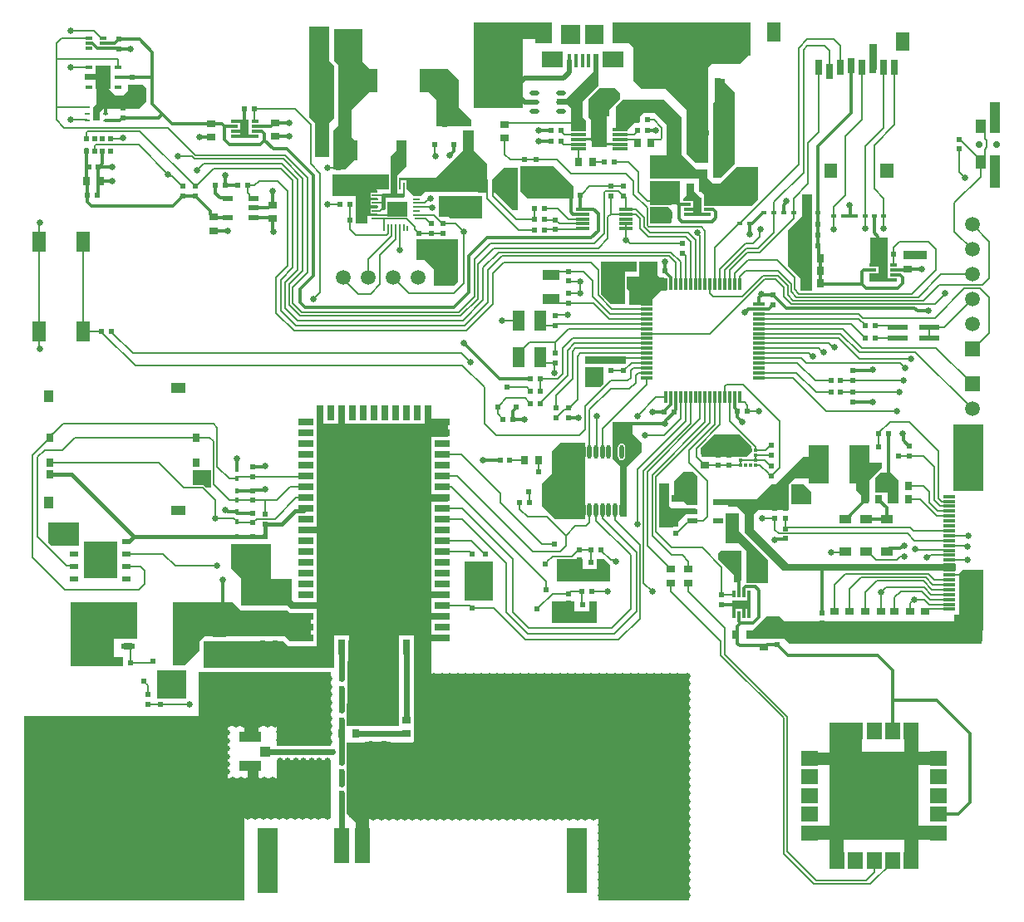
<source format=gbr>
%TF.GenerationSoftware,Altium Limited,Altium Designer,20.2.6 (244)*%
G04 Layer_Physical_Order=1*
G04 Layer_Color=255*
%FSLAX45Y45*%
%MOMM*%
%TF.SameCoordinates,65E78103-6D03-462D-AAE3-041F84C347C7*%
%TF.FilePolarity,Positive*%
%TF.FileFunction,Copper,L1,Top,Signal*%
%TF.Part,Single*%
G01*
G75*
%TA.AperFunction,Conductor*%
%ADD10C,0.60000*%
%TA.AperFunction,SMDPad,CuDef*%
%ADD11R,1.10000X0.60000*%
G04:AMPARAMS|DCode=12|XSize=0.5mm|YSize=0.6mm|CornerRadius=0mm|HoleSize=0mm|Usage=FLASHONLY|Rotation=0.000|XOffset=0mm|YOffset=0mm|HoleType=Round|Shape=Octagon|*
%AMOCTAGOND12*
4,1,8,-0.12500,0.30000,0.12500,0.30000,0.25000,0.17500,0.25000,-0.17500,0.12500,-0.30000,-0.12500,-0.30000,-0.25000,-0.17500,-0.25000,0.17500,-0.12500,0.30000,0.0*
%
%ADD12OCTAGOND12*%

%ADD13R,0.50000X0.60000*%
%ADD14R,1.50000X3.60000*%
%ADD15R,2.10000X6.60000*%
%ADD16R,0.60000X0.50000*%
%ADD17R,1.20000X0.30000*%
%ADD18R,0.30000X1.20000*%
%ADD19R,2.20000X1.05000*%
%ADD20R,1.05000X1.00000*%
%ADD21O,1.00000X0.50000*%
%ADD22R,1.10000X1.40000*%
%ADD23R,2.00000X1.50000*%
%ADD24R,0.50000X0.20000*%
%ADD25R,0.65000X0.20000*%
%ADD26R,0.20000X0.50000*%
%ADD27R,0.20000X0.65000*%
%ADD28R,1.80000X2.40000*%
%TA.AperFunction,ConnectorPad*%
%ADD29R,1.80000X1.90000*%
%ADD30R,0.40000X1.35000*%
%TA.AperFunction,SMDPad,CuDef*%
%ADD31O,0.45000X1.40000*%
%ADD32R,1.40000X2.10000*%
%TA.AperFunction,ConnectorPad*%
%ADD33R,1.05000X1.40000*%
%TA.AperFunction,SMDPad,CuDef*%
%ADD34R,1.50000X1.80000*%
%ADD35R,1.80000X1.50000*%
%TA.AperFunction,ConnectorPad*%
%ADD36R,0.80000X0.90000*%
%TA.AperFunction,SMDPad,CuDef*%
G04:AMPARAMS|DCode=37|XSize=0.96mm|YSize=0.5mm|CornerRadius=0.125mm|HoleSize=0mm|Usage=FLASHONLY|Rotation=0.000|XOffset=0mm|YOffset=0mm|HoleType=Round|Shape=RoundedRectangle|*
%AMROUNDEDRECTD37*
21,1,0.96000,0.25000,0,0,0.0*
21,1,0.71000,0.50000,0,0,0.0*
1,1,0.25000,0.35500,-0.12500*
1,1,0.25000,-0.35500,-0.12500*
1,1,0.25000,-0.35500,0.12500*
1,1,0.25000,0.35500,0.12500*
%
%ADD37ROUNDEDRECTD37*%
%ADD38R,0.96000X0.50000*%
%ADD39R,3.40000X3.80000*%
%ADD40O,1.45000X0.60000*%
%ADD41R,0.90000X0.80000*%
%ADD42R,0.80000X1.50000*%
%ADD43R,1.50000X0.80000*%
%TA.AperFunction,BGAPad,CuDef*%
%ADD44R,1.10000X1.10000*%
%TA.AperFunction,SMDPad,CuDef*%
%ADD45R,0.30000X0.50000*%
%ADD46R,0.80000X0.90000*%
%ADD47R,1.40000X1.10000*%
%ADD48R,1.20000X0.90000*%
%ADD49R,0.80000X1.50000*%
%ADD50R,1.00000X3.50000*%
%ADD51R,1.50000X3.40000*%
%ADD52R,1.20000X2.00000*%
%ADD53R,1.80000X1.00000*%
%ADD54R,2.00000X0.55000*%
%ADD55R,0.80000X0.40000*%
%ADD56R,1.50000X2.40000*%
%ADD57R,0.65000X1.35000*%
%ADD58R,0.50000X0.25000*%
G04:AMPARAMS|DCode=59|XSize=0.5mm|YSize=0.25mm|CornerRadius=0.0625mm|HoleSize=0mm|Usage=FLASHONLY|Rotation=0.000|XOffset=0mm|YOffset=0mm|HoleType=Round|Shape=RoundedRectangle|*
%AMROUNDEDRECTD59*
21,1,0.50000,0.12500,0,0,0.0*
21,1,0.37500,0.25000,0,0,0.0*
1,1,0.12500,0.18750,-0.06250*
1,1,0.12500,-0.18750,-0.06250*
1,1,0.12500,-0.18750,0.06250*
1,1,0.12500,0.18750,0.06250*
%
%ADD59ROUNDEDRECTD59*%
%ADD60R,0.67000X0.30000*%
%ADD61R,0.25000X0.36000*%
%ADD62R,0.70000X0.30000*%
%ADD63R,0.95000X1.95000*%
%ADD64R,1.00000X2.00000*%
%ADD65R,1.45000X0.30000*%
%ADD66R,0.50000X0.30000*%
%ADD67R,1.60000X0.30000*%
%ADD68R,1.60000X1.60000*%
%ADD69R,0.30000X0.70000*%
%ADD70R,1.95000X0.95000*%
%ADD71R,0.37500X0.35000*%
%ADD72R,0.35000X0.37500*%
%ADD73R,2.00000X4.00000*%
%ADD74R,1.20000X0.30000*%
%ADD75R,3.00000X2.70000*%
%TA.AperFunction,Conductor*%
%ADD76C,0.30000*%
%ADD77C,0.20000*%
%ADD78C,0.50000*%
%ADD79C,0.40000*%
%TA.AperFunction,ComponentPad*%
%ADD80R,1.50000X1.50000*%
%ADD81C,1.50000*%
%ADD82C,0.70000*%
%ADD83R,1.50000X1.50000*%
%TA.AperFunction,ViaPad*%
%ADD84C,0.65000*%
G36*
X7730000Y8780000D02*
X7590000D01*
Y8970000D01*
X7730000D01*
Y8780000D01*
D02*
G37*
G36*
X5925000Y8755000D02*
X5735000D01*
Y8945000D01*
X5925000D01*
Y8755000D01*
D02*
G37*
G36*
X5685000D02*
X5495000D01*
Y8945000D01*
X5685000D01*
Y8755000D01*
D02*
G37*
G36*
X9040000Y8680000D02*
X8900000D01*
Y8870000D01*
X9040000D01*
Y8680000D01*
D02*
G37*
G36*
X6125000Y8515000D02*
X5915000D01*
Y8675000D01*
X6125000D01*
Y8515000D01*
D02*
G37*
G36*
X5505000D02*
X5295000D01*
Y8675000D01*
X5505000D01*
Y8515000D01*
D02*
G37*
G36*
X8710000Y8490000D02*
X8630000D01*
Y8750000D01*
X8710000D01*
Y8490000D01*
D02*
G37*
G36*
X5400000Y8800000D02*
X5100000D01*
Y8100000D01*
X4600000D01*
Y8974511D01*
X5400000D01*
Y8800000D01*
D02*
G37*
G36*
X890000Y8290000D02*
X950000Y8230000D01*
X1030000D01*
X1080000Y8280000D01*
Y8340000D01*
X1230000D01*
X1270000Y8300000D01*
Y8170000D01*
X1190000Y8090000D01*
X830000D01*
X790000Y8050000D01*
Y7970000D01*
X730000D01*
Y8110000D01*
X760000Y8140000D01*
Y8390000D01*
X640000D01*
Y8450000D01*
X890000D01*
Y8290000D01*
D02*
G37*
G36*
X4450000Y8390000D02*
Y8110000D01*
X4580000Y7980000D01*
Y7910000D01*
X4220000D01*
Y8180000D01*
X4130000Y8270000D01*
X4050000D01*
Y8500000D01*
X4340000D01*
X4450000Y8390000D01*
D02*
G37*
G36*
X9960000Y7880000D02*
X9860000D01*
Y8160000D01*
X9960000D01*
Y7880000D01*
D02*
G37*
G36*
X5870000Y8330000D02*
X5710000Y8170000D01*
Y8120000D01*
D01*
Y8010000D01*
X5750000Y7970000D01*
Y7870000D01*
X5590000D01*
Y8100000D01*
X5560000Y8130000D01*
X5450000D01*
Y8190000D01*
X5540000D01*
X5590000Y8240000D01*
X5820000Y8470000D01*
Y8650000D01*
X5870000D01*
Y8330000D01*
D02*
G37*
G36*
X6090000Y8250000D02*
Y8190000D01*
X6090000D01*
X5960000Y8060000D01*
Y7740000D01*
X6130000D01*
Y7720000D01*
X5850000D01*
X5800000Y7770000D01*
X5640000D01*
Y7790000D01*
X5800000D01*
Y7980000D01*
X5770000Y8010000D01*
Y8190000D01*
X5880000Y8300000D01*
X6040000D01*
X6090000Y8250000D01*
D02*
G37*
G36*
X3130000Y8580000D02*
X3180000Y8530000D01*
Y8000000D01*
X3130000Y7950000D01*
Y7600000D01*
X2990000D01*
Y7950000D01*
X2930000Y8010000D01*
Y8930000D01*
X3130000D01*
Y8580000D01*
D02*
G37*
G36*
X7420000Y8660000D02*
X7310000Y8550000D01*
X7030000D01*
X6990000Y8510000D01*
Y7540000D01*
X6860000D01*
X6770000Y7630000D01*
Y8080000D01*
X6560000Y8290000D01*
X6310000D01*
X6230000Y8370000D01*
Y8720000D01*
X6190000Y8760000D01*
X6020000D01*
Y8974511D01*
X7420000D01*
Y8660000D01*
D02*
G37*
G36*
X3470000Y8570000D02*
X3580000Y8460000D01*
Y8300000D01*
X3360000Y8080000D01*
Y7800000D01*
X3390000Y7770000D01*
Y7570000D01*
X3290000Y7470000D01*
X3180000D01*
X3170000Y7480000D01*
Y7870000D01*
X3220000Y7920000D01*
Y8540000D01*
X3180000Y8580000D01*
Y8900000D01*
X3470000D01*
Y8570000D01*
D02*
G37*
G36*
X8305000Y7390000D02*
X8175000D01*
Y7530000D01*
X8305000D01*
Y7390000D01*
D02*
G37*
G36*
X7260000Y8260000D02*
Y7530000D01*
X7120000Y7390000D01*
X7040000D01*
Y8150000D01*
X7060000Y8170000D01*
Y8400000D01*
X7120000D01*
X7260000Y8260000D01*
D02*
G37*
G36*
X8875000Y7390000D02*
X8745000D01*
Y7530000D01*
X8875000D01*
Y7390000D01*
D02*
G37*
G36*
X9960000Y7290000D02*
X9860000D01*
Y7590000D01*
X9960000D01*
Y7290000D01*
D02*
G37*
G36*
X3920000Y7753406D02*
Y7510000D01*
X3820000Y7410000D01*
Y7209999D01*
X3760000D01*
Y7610000D01*
X3908267Y7758267D01*
X3920000Y7753406D01*
D02*
G37*
G36*
X4600000Y7670000D02*
X4740000Y7530000D01*
Y7240000D01*
X4100000D01*
X4060000Y7200000D01*
X3990000D01*
X3920000Y7270000D01*
Y7360000D01*
X3860000D01*
Y7270000D01*
X3840000D01*
Y7390000D01*
X4210000D01*
X4490000Y7670000D01*
Y7870000D01*
X4600000D01*
Y7670000D01*
D02*
G37*
G36*
X5620000Y7300000D02*
Y7180000D01*
X5150000D01*
X5080000Y7250000D01*
Y7510000D01*
X5410000D01*
X5620000Y7300000D01*
D02*
G37*
G36*
X6850000Y7250000D02*
X6920000Y7180000D01*
Y7110000D01*
X6840000D01*
Y7150000D01*
X6740000D01*
Y7180000D01*
X6770000Y7210000D01*
Y7330000D01*
X6850000D01*
Y7250000D01*
D02*
G37*
G36*
X6700000Y7120000D02*
X6695000Y7115000D01*
X6540000Y7110000D01*
X6400000D01*
Y7350000D01*
X6700000D01*
Y7120000D01*
D02*
G37*
G36*
X6720000Y8000000D02*
Y7620000D01*
X6870000Y7470000D01*
X6980000D01*
Y7390000D01*
X7040000Y7330000D01*
X7060000D01*
D01*
X7110000D01*
X7280000Y7500000D01*
X7500000D01*
Y7170000D01*
X7430000Y7100000D01*
X7400000D01*
Y7100000D01*
X6950000Y7100000D01*
Y7210000D01*
X6920000Y7240000D01*
X6910000D01*
X6900000Y7250000D01*
Y7380000D01*
X6400000Y7380000D01*
Y7620000D01*
X6570000Y7620000D01*
Y7930000D01*
X6450000Y8050000D01*
X6330000D01*
X6290000Y8010000D01*
Y7950000D01*
X6240000D01*
X6170000Y7880000D01*
Y7870000D01*
X6050000D01*
Y8110000D01*
X6120000Y8180000D01*
X6540000D01*
X6720000Y8000000D01*
D02*
G37*
G36*
X5050000Y7060000D02*
X5000000D01*
X4790000Y7270000D01*
Y7370000D01*
X4910000Y7490000D01*
X5050000D01*
Y7060000D01*
D02*
G37*
G36*
X4690000Y6970000D02*
X4370000D01*
X4350000Y6990000D01*
X4250000D01*
Y7200000D01*
X4690000D01*
Y6970000D01*
D02*
G37*
G36*
X6620000Y7050000D02*
Y6940000D01*
X6600000Y6920000D01*
X6400000D01*
Y7090000D01*
X6580000D01*
X6620000Y7050000D01*
D02*
G37*
G36*
X3740000Y7270000D02*
X3610000D01*
X3620000Y7260000D01*
Y7235489D01*
X3598000D01*
X3595538Y7234999D01*
X3550500D01*
Y7184999D01*
X3595538D01*
X3598000Y7184510D01*
X3620000D01*
Y7155489D01*
X3598000D01*
X3595538Y7154999D01*
X3550500D01*
Y7104999D01*
X3595538D01*
X3598000Y7104510D01*
X3620000D01*
Y7075489D01*
X3598000D01*
X3595538Y7074999D01*
X3550500D01*
Y7024999D01*
X3595538D01*
X3598000Y7024510D01*
X3620000D01*
Y7000000D01*
X3520000D01*
Y6920000D01*
X3400000D01*
Y7200000D01*
X3160000D01*
Y7420000D01*
X3740000D01*
Y7270000D01*
D02*
G37*
G36*
X9220000Y6560000D02*
X8980000D01*
Y6640000D01*
X9220000D01*
Y6560000D01*
D02*
G37*
G36*
X8820000Y6360000D02*
X8910000D01*
Y6330000D01*
X8630000D01*
Y6410000D01*
X8730000D01*
Y6480000D01*
X8644142D01*
X8640000Y6490000D01*
Y6780000D01*
X8820000D01*
Y6360000D01*
D02*
G37*
G36*
X4440000Y6330000D02*
X4400000Y6290000D01*
X4200000D01*
Y6450000D01*
X4100000Y6550000D01*
X4020000D01*
Y6760000D01*
X4440000D01*
Y6330000D01*
D02*
G37*
G36*
X8050000Y6240000D02*
X7930000D01*
Y6360000D01*
X7800000Y6490000D01*
Y6850000D01*
X7950000Y7000000D01*
Y7220000D01*
X8050000D01*
Y6240000D01*
D02*
G37*
G36*
X6260000Y6430000D02*
X6140000D01*
Y6100000D01*
X5996047D01*
X5900000Y6196048D01*
Y6530000D01*
X6260000D01*
Y6430000D01*
D02*
G37*
G36*
X6470000Y6400000D02*
X6500000Y6370000D01*
X6540000D01*
X6570000Y6340000D01*
Y6240000D01*
X6510000D01*
X6420000Y6150000D01*
Y6090000D01*
X6190000D01*
Y6230000D01*
X6160000Y6260000D01*
Y6380000D01*
X6290000D01*
Y6530000D01*
X6470000D01*
Y6400000D01*
D02*
G37*
G36*
X6150000Y5490000D02*
X5740000D01*
Y5570000D01*
X6150000D01*
Y5490000D01*
D02*
G37*
G36*
X5920000Y5280000D02*
X5890000Y5250000D01*
X5740000D01*
Y5460000D01*
X5920000D01*
Y5280000D01*
D02*
G37*
G36*
X1661000Y5198500D02*
X1521001D01*
Y5293500D01*
X1661000D01*
Y5198500D01*
D02*
G37*
G36*
X319000Y5102500D02*
X224001D01*
Y5222500D01*
X319000D01*
Y5102500D01*
D02*
G37*
G36*
X7430000Y4650000D02*
Y4590000D01*
X7380000Y4540000D01*
X7352500D01*
Y4543750D01*
X7285000D01*
Y4540000D01*
X6920000D01*
Y4640000D01*
X7050000Y4770000D01*
X7310000D01*
X7430000Y4650000D01*
D02*
G37*
G36*
X1924510Y4260000D02*
X1926451Y4250245D01*
X1930000Y4244933D01*
Y4240000D01*
X1920000Y4230000D01*
X1876049D01*
X1858025Y4248024D01*
X1849756Y4253549D01*
X1840001Y4255490D01*
X1744293D01*
X1740253Y4400896D01*
X1749108Y4410000D01*
X1924510D01*
Y4260000D01*
D02*
G37*
G36*
X9790000Y4200000D02*
X9490000D01*
Y4870000D01*
X9790000D01*
Y4200000D01*
D02*
G37*
G36*
X8760000Y4430000D02*
X8630000Y4300000D01*
Y4090000D01*
X8550000D01*
Y4150000D01*
X8500000Y4200000D01*
Y4480000D01*
X8760000D01*
Y4430000D01*
D02*
G37*
G36*
X8930000Y4300000D02*
Y4070000D01*
X8820000D01*
Y4180000D01*
X8690000D01*
Y4330000D01*
X8740000Y4380000D01*
X8850000D01*
X8930000Y4300000D01*
D02*
G37*
G36*
X8040000Y4180000D02*
Y4060000D01*
X7840000D01*
Y4260000D01*
X7960000D01*
X8040000Y4180000D01*
D02*
G37*
G36*
X6880000Y4350000D02*
Y4060000D01*
X6780000Y4050000D01*
X6740000Y4090000D01*
X6640000D01*
Y4290000D01*
X6740000Y4390000D01*
X6840000D01*
X6880000Y4350000D01*
D02*
G37*
G36*
X319000Y4017500D02*
X224001D01*
Y4137500D01*
X319000D01*
Y4017500D01*
D02*
G37*
G36*
X1661000Y3946500D02*
X1521001D01*
Y4041500D01*
X1661000D01*
Y3946500D01*
D02*
G37*
G36*
X6220000Y4780000D02*
X6310000Y4690000D01*
Y4590000D01*
X6160000Y4440000D01*
Y3930000D01*
X6090000D01*
Y4450000D01*
X6020000Y4520000D01*
Y4900000D01*
X6220000D01*
Y4780000D01*
D02*
G37*
G36*
X5740000Y3910000D02*
X5430000D01*
X5300000Y4040000D01*
Y4270000D01*
X5400000Y4370000D01*
Y4600000D01*
X5490000Y4690000D01*
X5740000D01*
Y3910000D01*
D02*
G37*
G36*
X6590000Y4040000D02*
X6610000Y4020000D01*
X6860000D01*
X6870000Y4010000D01*
Y3960000D01*
X6770000D01*
X6630000Y3820000D01*
X6490000D01*
Y4270000D01*
X6590000D01*
Y4040000D01*
D02*
G37*
G36*
X580000Y3640000D02*
X300000D01*
X270000Y3670000D01*
Y3870000D01*
X580000D01*
Y3640000D01*
D02*
G37*
G36*
X5990000Y3440000D02*
Y3270000D01*
X5450000D01*
Y3500000D01*
X5710000D01*
Y3400000D01*
X5860000D01*
Y3500000D01*
X5930000D01*
X5990000Y3440000D01*
D02*
G37*
G36*
X8190000Y4360000D02*
X8150000Y4320000D01*
X7870000D01*
X7810000Y4260000D01*
Y4000000D01*
X7500000D01*
X7460000Y3960000D01*
Y3800000D01*
X7810000Y3450000D01*
X9510000D01*
Y3380000D01*
X7750000D01*
X7360000Y3770000D01*
Y3960000D01*
X7320000Y4000000D01*
X7270000Y4050000D01*
X7040000D01*
Y4110000D01*
X7480000D01*
X7630000Y4260000D01*
X7680000D01*
X7960000Y4540000D01*
X8190000D01*
Y4360000D01*
D02*
G37*
G36*
X7330000Y3280000D02*
X7250000D01*
Y3340000D01*
X7090000Y3500000D01*
Y3560000D01*
X7120000Y3590000D01*
X7330000D01*
Y3280000D01*
D02*
G37*
G36*
X7300000Y3790000D02*
X7600000Y3490000D01*
Y3260000D01*
X7380000D01*
Y3580000D01*
X7300000Y3660000D01*
X7170000D01*
Y3970000D01*
X7300000D01*
Y3790000D01*
D02*
G37*
G36*
X4800000Y3080000D02*
X4510000D01*
Y3480000D01*
X4800000D01*
Y3080000D01*
D02*
G37*
G36*
X3070000Y4880000D02*
X3220000D01*
Y5020000D01*
X3290000D01*
Y4880000D01*
X4100000D01*
Y5040000D01*
X4160000D01*
Y4930000D01*
X4340000D01*
Y4750000D01*
X4170000D01*
Y4160000D01*
X4340000D01*
Y4090000D01*
X4170000D01*
Y3170000D01*
X4340000D01*
Y3100000D01*
X4170000D01*
Y2950000D01*
X4340000D01*
Y2880000D01*
X4170000D01*
Y2730000D01*
X4350000D01*
Y2660000D01*
X4170000D01*
Y2530000D01*
Y2330000D01*
X6800000D01*
Y25488D01*
X5870000D01*
Y850000D01*
X3540000D01*
Y510000D01*
X3400000D01*
Y820000D01*
X3370000Y850000D01*
X3310000Y910000D01*
Y1630000D01*
X3490000D01*
Y1640000D01*
X3760000D01*
Y1630000D01*
X3980000D01*
X3990000Y1640000D01*
Y2530000D01*
Y2720000D01*
X3840000D01*
Y2530000D01*
Y1800000D01*
X3319058D01*
X3310155Y1809057D01*
X3324879Y2667930D01*
X3330000Y2670000D01*
Y2720000D01*
X3180000D01*
Y2530000D01*
Y2390000D01*
X1850000D01*
Y2660000D01*
X2660000D01*
X2710000Y2610000D01*
X3000000D01*
Y2990000D01*
X2740000D01*
X2700000Y3030000D01*
X2230000D01*
Y3165000D01*
X2230000D01*
Y3310000D01*
X2130000Y3410000D01*
Y3650000D01*
X2540000D01*
Y3300000D01*
X2750000D01*
Y3080000D01*
X2770000Y3060000D01*
X3000000D01*
Y3760000D01*
X2830000D01*
Y3830000D01*
X3000000D01*
Y5060000D01*
X3070000D01*
Y4880000D01*
D02*
G37*
G36*
X5860000Y2850000D02*
X5400000D01*
Y3070000D01*
X5630000D01*
Y2970000D01*
X5780000D01*
Y3070000D01*
X5860000D01*
Y2850000D01*
D02*
G37*
G36*
X9790000Y2774142D02*
X9780000Y2770000D01*
Y2640000D01*
X7820000D01*
X7770000Y2690000D01*
X7380000D01*
Y2770000D01*
X7440000Y2770000D01*
X7589999Y2919999D01*
X7720000Y2920000D01*
X7770000Y2870000D01*
X9550000D01*
Y3330000D01*
X9430000D01*
X9414721Y3337640D01*
X9417639Y3350000D01*
X9540000D01*
X9580000Y3390000D01*
X9790000D01*
Y2774142D01*
D02*
G37*
G36*
X2230000Y2980000D02*
X2700000D01*
X2730000Y2950000D01*
X2940000D01*
Y2660000D01*
X2730000D01*
X2680000Y2710000D01*
X1860000D01*
X1810000Y2660000D01*
Y2570000D01*
X1660000Y2420000D01*
X1540000D01*
Y3060000D01*
X2150000D01*
X2230000Y2980000D01*
D02*
G37*
G36*
X1170000Y2690000D02*
X940000D01*
Y2500000D01*
X1030000D01*
Y2410000D01*
X500000D01*
Y3060000D01*
X1170000D01*
Y2690000D01*
D02*
G37*
G36*
X1670000Y2080000D02*
X1380000D01*
Y2370000D01*
X1670000D01*
Y2080000D01*
D02*
G37*
G36*
X3150000Y1600000D02*
X2600000D01*
Y1800000D01*
X2410000D01*
Y1660000D01*
X2270000D01*
Y1800000D01*
X2100000D01*
Y1270000D01*
X2300000D01*
Y1400000D01*
X2400000D01*
X2410000Y1390000D01*
Y1270000D01*
X2600000D01*
Y1450000D01*
X3150000D01*
Y860000D01*
X2270000D01*
Y25488D01*
X25488D01*
Y1900000D01*
X1800000D01*
Y2350000D01*
X3150000D01*
Y1600000D01*
D02*
G37*
G36*
X8560000Y1540000D02*
X8990000D01*
Y1810000D01*
X9130000D01*
Y1540000D01*
X9400000D01*
Y1400000D01*
X9130000D01*
Y780000D01*
X9400000D01*
Y640000D01*
X9130000D01*
Y380000D01*
X8990000D01*
Y640000D01*
X8370000D01*
Y370000D01*
X8230000D01*
Y640000D01*
X7970000D01*
Y780000D01*
X8230000D01*
Y1400000D01*
X7960000D01*
Y1530000D01*
X8220000D01*
X8230000Y1540000D01*
Y1830000D01*
X8560000D01*
Y1540000D01*
D02*
G37*
%LPC*%
G36*
X6107500Y4680734D02*
X6092868Y4677824D01*
X6080464Y4669535D01*
X6072176Y4657131D01*
X6069265Y4642500D01*
Y4547500D01*
X6072176Y4532868D01*
X6080464Y4520464D01*
X6092868Y4512176D01*
X6107500Y4509265D01*
X6122132Y4512176D01*
X6134536Y4520464D01*
X6142824Y4532868D01*
X6145734Y4547500D01*
Y4642500D01*
X6142824Y4657131D01*
X6134536Y4669535D01*
X6122132Y4677824D01*
X6107500Y4680734D01*
D02*
G37*
%LPD*%
D10*
X3920000Y2587930D02*
G03*
X3915001Y2600000I-17069J0D01*
G01*
X2480000Y1540000D02*
X3160000D01*
X3260000Y2280000D02*
Y2595000D01*
X3255000Y2600000D02*
X3260000Y2595000D01*
Y2070000D02*
Y2180000D01*
Y1960000D02*
Y2070000D01*
X3400000Y1720000D02*
X3550000D01*
X3550000Y1720000D01*
X3260000Y1720000D02*
Y1860000D01*
X3260000Y1540000D02*
Y1720000D01*
X3260000Y1720000D01*
Y1430000D02*
Y1540000D01*
X3260000Y1540000D02*
X3260000Y1540000D01*
Y1210000D02*
Y1330000D01*
Y1000000D02*
Y1110000D01*
Y890000D02*
Y1000000D01*
Y580000D02*
Y890000D01*
X3920000Y1860000D02*
Y2587930D01*
X3550000Y1720000D02*
X3690000D01*
X3920000D02*
X3920000Y1720000D01*
X3690000Y1720000D02*
X3920000D01*
D11*
X2100000Y6984975D02*
D03*
Y7174975D02*
D03*
X2360000D02*
D03*
Y7079975D02*
D03*
Y6984975D02*
D03*
X6830001Y4080000D02*
D03*
Y3985000D02*
D03*
Y3890000D02*
D03*
X7090001D02*
D03*
Y4080000D02*
D03*
D12*
X660000Y7660000D02*
D03*
D13*
X740000D02*
D03*
X820000D02*
D03*
X900000D02*
D03*
Y7787600D02*
D03*
X820000D02*
D03*
X740000D02*
D03*
X660000D02*
D03*
X810000Y5820000D02*
D03*
X910000D02*
D03*
X1104976Y2442475D02*
D03*
X1004976D02*
D03*
X1335001Y2457475D02*
D03*
X1430001Y2257475D02*
D03*
X1240001D02*
D03*
X3260000Y1000000D02*
D03*
X3360000D02*
D03*
X3260000Y1540000D02*
D03*
X3160000D02*
D03*
X3360000Y890000D02*
D03*
X3260000D02*
D03*
Y2070000D02*
D03*
X3360000D02*
D03*
X5170000Y4080000D02*
D03*
X5070001D02*
D03*
X4870000Y4510000D02*
D03*
X4970000D02*
D03*
X5165000Y4190000D02*
D03*
X5355000D02*
D03*
X5260000Y4390000D02*
D03*
X5000000Y4920000D02*
D03*
X4900000D02*
D03*
X5180000Y5085000D02*
D03*
X5279999D02*
D03*
Y5335050D02*
D03*
X5180000D02*
D03*
X5900000Y5420000D02*
D03*
X6000000D02*
D03*
X6119999Y6199974D02*
D03*
X6219999D02*
D03*
X6540000Y5000000D02*
D03*
X6640000D02*
D03*
X6550000Y6440000D02*
D03*
X6450000D02*
D03*
X7289999Y5009974D02*
D03*
X7389999D02*
D03*
X8589999Y5750000D02*
D03*
X8689999D02*
D03*
X8589999Y5880000D02*
D03*
X8689999D02*
D03*
X4844999Y5050000D02*
D03*
X5034999D02*
D03*
X4939999Y5250000D02*
D03*
X5180000Y5210025D02*
D03*
X5279999D02*
D03*
X3240000Y7120000D02*
D03*
X3340000D02*
D03*
X4208000Y7730000D02*
D03*
X4398000D02*
D03*
X4303000Y7930000D02*
D03*
X3440000Y6960000D02*
D03*
X3340000D02*
D03*
X2270000Y8090001D02*
D03*
X2370000D02*
D03*
X5320000Y6858000D02*
D03*
X5220000D02*
D03*
X5320000Y6968000D02*
D03*
X5220000D02*
D03*
X5590000Y7210000D02*
D03*
X5690000D02*
D03*
X5320000Y7078000D02*
D03*
X5220000D02*
D03*
X1970000Y7310000D02*
D03*
X2070000D02*
D03*
X680000Y7494775D02*
D03*
X780000D02*
D03*
X670000Y7210000D02*
D03*
X770000D02*
D03*
X2200000Y7310000D02*
D03*
X2300000D02*
D03*
X5490000Y7760000D02*
D03*
X5390000D02*
D03*
X5490000Y7870000D02*
D03*
X5390000D02*
D03*
X6030000Y7550000D02*
D03*
X5930000D02*
D03*
X6270000Y7870000D02*
D03*
X6370000D02*
D03*
X7070001Y7847975D02*
D03*
X6970001D02*
D03*
X8110000Y6800001D02*
D03*
X8010000D02*
D03*
X8110000Y6690001D02*
D03*
X8010000D02*
D03*
X8110000Y6910001D02*
D03*
X8010000D02*
D03*
X8880000Y6610000D02*
D03*
X8780000D02*
D03*
X6370000Y7980000D02*
D03*
X6270000D02*
D03*
X5339976Y3190026D02*
D03*
X5434975Y2990026D02*
D03*
X5244976D02*
D03*
X5704954Y3170001D02*
D03*
X5804953D02*
D03*
X5710001Y3040001D02*
D03*
X5810001D02*
D03*
X5800001Y3594976D02*
D03*
X5900001D02*
D03*
X5425001Y3655001D02*
D03*
X5520001Y3455001D02*
D03*
X5330001D02*
D03*
X5800001Y3469950D02*
D03*
X5900001D02*
D03*
X8240000Y5200000D02*
D03*
X8340000D02*
D03*
X8830001Y4780000D02*
D03*
X8730001D02*
D03*
X8240000Y5320000D02*
D03*
X8340000D02*
D03*
D14*
X3260000Y580000D02*
D03*
X3470000D02*
D03*
D15*
X2500000Y430000D02*
D03*
X5650000D02*
D03*
D16*
X4590026Y3100000D02*
D03*
Y3000000D02*
D03*
X1280001Y2020000D02*
D03*
Y2120000D02*
D03*
X1410001Y2120000D02*
D03*
Y2020000D02*
D03*
X1610001Y2442474D02*
D03*
Y2342475D02*
D03*
X2350001Y3630000D02*
D03*
Y3730000D02*
D03*
Y3970000D02*
D03*
Y3870000D02*
D03*
Y4200000D02*
D03*
Y4100000D02*
D03*
Y4440000D02*
D03*
Y4340000D02*
D03*
X2480001Y3630001D02*
D03*
Y3730000D02*
D03*
X2450001Y2750000D02*
D03*
Y2650000D02*
D03*
Y2950000D02*
D03*
Y3050000D02*
D03*
X2480000Y3960000D02*
D03*
Y3860000D02*
D03*
X3260000Y1110000D02*
D03*
Y1210000D02*
D03*
Y1430000D02*
D03*
Y1330000D02*
D03*
Y1860000D02*
D03*
Y1960000D02*
D03*
Y2280000D02*
D03*
Y2180000D02*
D03*
X2580001Y2750000D02*
D03*
Y2650000D02*
D03*
Y2950000D02*
D03*
Y3050000D02*
D03*
X3690000Y1720000D02*
D03*
Y1620000D02*
D03*
X5439999Y4940000D02*
D03*
Y5040000D02*
D03*
X5429999Y5500000D02*
D03*
Y5599999D02*
D03*
Y5984974D02*
D03*
Y5884975D02*
D03*
X5565025Y6210000D02*
D03*
Y6110000D02*
D03*
Y6335025D02*
D03*
Y6435025D02*
D03*
X5569999Y4940000D02*
D03*
Y5040000D02*
D03*
X5774974Y5520000D02*
D03*
Y5420000D02*
D03*
X7649999Y6090000D02*
D03*
Y6190000D02*
D03*
X6125025Y5520000D02*
D03*
Y5420000D02*
D03*
X6730000Y6620000D02*
D03*
Y6720000D02*
D03*
X6130000Y7200000D02*
D03*
Y7300000D02*
D03*
X6000000Y7200000D02*
D03*
Y7300000D02*
D03*
X1030000Y8000000D02*
D03*
Y8100000D02*
D03*
X990000Y8800000D02*
D03*
Y8700000D02*
D03*
X3220000Y7390000D02*
D03*
Y7490000D02*
D03*
X4168000Y6820000D02*
D03*
Y6919999D02*
D03*
X4288000Y6820000D02*
D03*
Y6919999D02*
D03*
X4298000Y7170000D02*
D03*
Y7269999D02*
D03*
X1120000Y8410000D02*
D03*
Y8310000D02*
D03*
X4048000Y6819999D02*
D03*
Y6720000D02*
D03*
X5430000Y6960000D02*
D03*
Y6860000D02*
D03*
X1640000Y7300000D02*
D03*
Y7200000D02*
D03*
X1770000Y7300000D02*
D03*
Y7200000D02*
D03*
X5240000Y7470000D02*
D03*
Y7570000D02*
D03*
X5120000Y7470000D02*
D03*
Y7570000D02*
D03*
X4590001Y3450000D02*
D03*
Y3550000D02*
D03*
X4720001Y3450000D02*
D03*
Y3550000D02*
D03*
X6660001Y3860000D02*
D03*
Y3760000D02*
D03*
X7130000Y3139999D02*
D03*
Y3040000D02*
D03*
X7200000Y4460000D02*
D03*
Y4560000D02*
D03*
X7630000Y4450000D02*
D03*
Y4350000D02*
D03*
Y4560000D02*
D03*
Y4660000D02*
D03*
X7090000Y4460000D02*
D03*
Y4560000D02*
D03*
X9550000Y7680000D02*
D03*
Y7780000D02*
D03*
X5570001Y3150001D02*
D03*
Y3050001D02*
D03*
X5674976Y3594975D02*
D03*
Y3494975D02*
D03*
X7690000Y2630000D02*
D03*
Y2730000D02*
D03*
X8460000Y5100000D02*
D03*
Y5200000D02*
D03*
Y5420000D02*
D03*
Y5320000D02*
D03*
X7670000Y3920000D02*
D03*
Y4020000D02*
D03*
X7780000Y3920000D02*
D03*
Y4020000D02*
D03*
X9040001Y4550000D02*
D03*
Y4650000D02*
D03*
X8730001Y4645000D02*
D03*
Y4455000D02*
D03*
X8930001Y4550000D02*
D03*
X7780000Y3710000D02*
D03*
Y3810000D02*
D03*
X8150001Y2850000D02*
D03*
Y2950000D02*
D03*
D17*
X6359999Y6099999D02*
D03*
Y5499999D02*
D03*
Y5700000D02*
D03*
Y5899999D02*
D03*
Y5950000D02*
D03*
Y5999999D02*
D03*
Y6050000D02*
D03*
Y5749999D02*
D03*
Y5800000D02*
D03*
Y5849999D02*
D03*
Y5550000D02*
D03*
Y5599999D02*
D03*
Y5649999D02*
D03*
Y5399999D02*
D03*
Y5450000D02*
D03*
Y5349999D02*
D03*
X7509999Y5350000D02*
D03*
Y5400000D02*
D03*
Y5450000D02*
D03*
Y5500000D02*
D03*
Y5550000D02*
D03*
Y5600000D02*
D03*
Y5650000D02*
D03*
Y5700000D02*
D03*
Y5750000D02*
D03*
Y5800000D02*
D03*
Y5850000D02*
D03*
Y5900000D02*
D03*
Y5950000D02*
D03*
Y6000000D02*
D03*
Y6050000D02*
D03*
Y6100000D02*
D03*
D18*
X6559999Y6300000D02*
D03*
Y5149999D02*
D03*
X6609999Y5150000D02*
D03*
X6659999D02*
D03*
X6709999D02*
D03*
X6759999D02*
D03*
X6809999D02*
D03*
X6859999D02*
D03*
X6909999D02*
D03*
X6959999D02*
D03*
X7009999D02*
D03*
X7059999D02*
D03*
X7109999D02*
D03*
X7159999D02*
D03*
X7209999D02*
D03*
X7259999D02*
D03*
X7309999D02*
D03*
Y6300000D02*
D03*
X7259999D02*
D03*
X7209999D02*
D03*
X7159999D02*
D03*
X7109999D02*
D03*
X7059999D02*
D03*
X7009999D02*
D03*
X6959999D02*
D03*
X6909999D02*
D03*
X6859999D02*
D03*
X6809999D02*
D03*
X6759999D02*
D03*
X6709999D02*
D03*
X6659999D02*
D03*
X6609999D02*
D03*
D19*
X2327500Y1392500D02*
D03*
Y1687500D02*
D03*
D20*
X2480000Y1540000D02*
D03*
D21*
X5225000Y8255000D02*
D03*
Y8160000D02*
D03*
Y8065000D02*
D03*
X5495000Y8255000D02*
D03*
Y8160000D02*
D03*
Y8065000D02*
D03*
D22*
X4845000Y7300000D02*
D03*
X4695000D02*
D03*
X3125000Y8370000D02*
D03*
X3275000D02*
D03*
X3073000Y7680000D02*
D03*
X3223000D02*
D03*
D23*
X3828000Y7069999D02*
D03*
D24*
X4025500Y6969999D02*
D03*
D25*
X4018000Y7209999D02*
D03*
Y7169999D02*
D03*
Y7129999D02*
D03*
Y7089999D02*
D03*
Y7049999D02*
D03*
Y7009999D02*
D03*
X3598000Y6969999D02*
D03*
Y7009999D02*
D03*
Y7049999D02*
D03*
Y7089999D02*
D03*
Y7129999D02*
D03*
Y7169999D02*
D03*
Y7209999D02*
D03*
D26*
X3928000Y6872499D02*
D03*
D27*
X3888000Y6879999D02*
D03*
X3848000D02*
D03*
X3808000D02*
D03*
X3768000D02*
D03*
X3728000D02*
D03*
X3688000D02*
D03*
Y7299999D02*
D03*
X3728000D02*
D03*
X3768000D02*
D03*
X3928000D02*
D03*
X3888000D02*
D03*
X3848000D02*
D03*
X3808000D02*
D03*
D28*
X3538000Y8379999D02*
D03*
X4138000D02*
D03*
D29*
X5310000Y8850000D02*
D03*
X6110000D02*
D03*
D30*
X5840000Y8582500D02*
D03*
X5775000D02*
D03*
X5580000D02*
D03*
X5645000D02*
D03*
X5710000D02*
D03*
D31*
X5652500Y4005000D02*
D03*
X5717500D02*
D03*
X5782500D02*
D03*
X5847500D02*
D03*
X5912500D02*
D03*
X5977500D02*
D03*
X6042500D02*
D03*
X6107500D02*
D03*
X5652500Y4595000D02*
D03*
X5717500D02*
D03*
X5782500D02*
D03*
X5847500D02*
D03*
X5912500D02*
D03*
X5977500D02*
D03*
X6042500D02*
D03*
X6107500D02*
D03*
D32*
X177000Y6735000D02*
D03*
X623000D02*
D03*
X177000Y5825000D02*
D03*
X623000D02*
D03*
D33*
X9767500Y7550000D02*
D03*
Y7910000D02*
D03*
X9912500Y7550000D02*
D03*
Y7910000D02*
D03*
D34*
X9060000Y1750000D02*
D03*
X8870000D02*
D03*
X8680000D02*
D03*
X8490000D02*
D03*
X8300000D02*
D03*
Y430000D02*
D03*
X8490000D02*
D03*
X8680000D02*
D03*
X8870000D02*
D03*
X9060000D02*
D03*
D35*
X8020000Y1470000D02*
D03*
Y1280000D02*
D03*
Y1090000D02*
D03*
Y900000D02*
D03*
Y710000D02*
D03*
X9340000D02*
D03*
Y900000D02*
D03*
Y1090000D02*
D03*
Y1280000D02*
D03*
Y1470000D02*
D03*
D36*
X1777001Y4741000D02*
D03*
Y4487000D02*
D03*
Y4363000D02*
D03*
X283000Y4741000D02*
D03*
Y4487000D02*
D03*
Y4363000D02*
D03*
D37*
X530000Y3680000D02*
D03*
D38*
Y3299000D02*
D03*
Y3553000D02*
D03*
Y3426000D02*
D03*
X1065000Y3299000D02*
D03*
Y3426000D02*
D03*
Y3553000D02*
D03*
Y3680000D02*
D03*
D39*
X800000Y3490000D02*
D03*
D40*
X1077501Y2990500D02*
D03*
Y2863500D02*
D03*
Y2736500D02*
D03*
Y2609500D02*
D03*
X1622501Y2990500D02*
D03*
Y2863500D02*
D03*
Y2736500D02*
D03*
Y2609500D02*
D03*
D41*
X2310000Y2610000D02*
D03*
Y2750000D02*
D03*
X2310001Y3080000D02*
D03*
Y2940000D02*
D03*
X3920000Y1720000D02*
D03*
Y1860000D02*
D03*
X6790001Y3400000D02*
D03*
Y3260000D02*
D03*
X6610001Y3400000D02*
D03*
Y3260000D02*
D03*
X6209974Y6330000D02*
D03*
Y6470000D02*
D03*
X2580000Y7810000D02*
D03*
Y7950000D02*
D03*
X1930000Y7800000D02*
D03*
Y7940000D02*
D03*
X1950000Y6850000D02*
D03*
Y6990000D02*
D03*
X2550000Y7110000D02*
D03*
Y6970000D02*
D03*
X4920000Y7930000D02*
D03*
Y7790000D02*
D03*
X6580000Y7010000D02*
D03*
Y7150000D02*
D03*
X6660000Y3980000D02*
D03*
Y4120000D02*
D03*
X7240001Y3930000D02*
D03*
Y4070000D02*
D03*
X6960000Y4600000D02*
D03*
Y4460000D02*
D03*
X7560000Y2740000D02*
D03*
Y2600000D02*
D03*
X9020000Y6460000D02*
D03*
Y6600000D02*
D03*
X8750001Y2970000D02*
D03*
Y2830000D02*
D03*
X8430001Y2970000D02*
D03*
Y2830000D02*
D03*
X8280001Y2970000D02*
D03*
Y2830000D02*
D03*
X8590001Y2970000D02*
D03*
Y2830000D02*
D03*
X8890001Y2970000D02*
D03*
Y2830000D02*
D03*
X9200001Y2970000D02*
D03*
Y2830000D02*
D03*
X9050001Y2970000D02*
D03*
Y2830000D02*
D03*
X7910000Y4360000D02*
D03*
Y4220000D02*
D03*
D42*
X4135000Y2600000D02*
D03*
X4025000D02*
D03*
X3915001D02*
D03*
X3805001D02*
D03*
X3695000D02*
D03*
X3585000D02*
D03*
X3475000D02*
D03*
X3365000D02*
D03*
X3255000D02*
D03*
X3145001D02*
D03*
X3035001D02*
D03*
X3035000Y4990000D02*
D03*
X3145000D02*
D03*
X3255000D02*
D03*
X3365000D02*
D03*
X3475000D02*
D03*
X3585000D02*
D03*
X3695000D02*
D03*
X3805000D02*
D03*
X3915000D02*
D03*
X4025000D02*
D03*
X4135000D02*
D03*
D43*
X2890000Y2695000D02*
D03*
Y2805000D02*
D03*
Y2915000D02*
D03*
Y3025000D02*
D03*
Y3135000D02*
D03*
Y3245000D02*
D03*
Y3355000D02*
D03*
Y3465000D02*
D03*
Y3575000D02*
D03*
Y3685000D02*
D03*
Y3795000D02*
D03*
Y3905000D02*
D03*
Y4015000D02*
D03*
Y4125000D02*
D03*
Y4235000D02*
D03*
Y4345000D02*
D03*
Y4455000D02*
D03*
Y4565000D02*
D03*
Y4675000D02*
D03*
Y4785000D02*
D03*
Y4895000D02*
D03*
X4280000D02*
D03*
Y4785000D02*
D03*
Y4675000D02*
D03*
Y4565000D02*
D03*
Y4455000D02*
D03*
Y4345000D02*
D03*
Y4235000D02*
D03*
Y4125000D02*
D03*
Y4015000D02*
D03*
Y3905000D02*
D03*
Y3795000D02*
D03*
Y3684999D02*
D03*
Y3575000D02*
D03*
Y3465000D02*
D03*
Y3355000D02*
D03*
Y3245000D02*
D03*
Y3135000D02*
D03*
Y3025000D02*
D03*
Y2915000D02*
D03*
Y2804999D02*
D03*
Y2695000D02*
D03*
D44*
X3060000Y4820000D02*
D03*
X3270000D02*
D03*
X3480000D02*
D03*
X3690000D02*
D03*
X3900000D02*
D03*
X4110000D02*
D03*
X3060000Y4640000D02*
D03*
X3270000D02*
D03*
X3480000D02*
D03*
X3690000D02*
D03*
X3900000D02*
D03*
X4110000D02*
D03*
X3060000Y4460000D02*
D03*
X4110000D02*
D03*
X3060000Y4100000D02*
D03*
X4110000D02*
D03*
X3060000Y3490000D02*
D03*
X4110000D02*
D03*
X3060000Y3130000D02*
D03*
X4110000D02*
D03*
X3060000Y2950000D02*
D03*
X3270000D02*
D03*
X3480000D02*
D03*
X3690000D02*
D03*
X3900000D02*
D03*
X4110000D02*
D03*
X3060000Y2770000D02*
D03*
X3270000D02*
D03*
X3480000D02*
D03*
X3690000D02*
D03*
X3900000D02*
D03*
X4110000D02*
D03*
D45*
X3550000Y1720000D02*
D03*
Y1620000D02*
D03*
X2190001Y3630000D02*
D03*
Y3730000D02*
D03*
Y3980001D02*
D03*
Y3880001D02*
D03*
Y4200000D02*
D03*
Y4100000D02*
D03*
Y4420001D02*
D03*
Y4320001D02*
D03*
D46*
X3260000Y1720000D02*
D03*
X3400000D02*
D03*
X5260000Y4510000D02*
D03*
X5120000D02*
D03*
X800000Y7350000D02*
D03*
X660000D02*
D03*
X5670000Y7550000D02*
D03*
X5810000D02*
D03*
X5810000Y8060000D02*
D03*
X5670000D02*
D03*
X5950000Y8060000D02*
D03*
X6090000D02*
D03*
X6270000Y7740000D02*
D03*
X6410000D02*
D03*
X6810000Y7290000D02*
D03*
X6950000D02*
D03*
X6940000Y7430000D02*
D03*
X7080000D02*
D03*
X6940000Y7580000D02*
D03*
X7080000D02*
D03*
X7990000Y6310000D02*
D03*
X8130000D02*
D03*
X7990000Y6570001D02*
D03*
X8130000D02*
D03*
X6940000Y7720000D02*
D03*
X7080000D02*
D03*
X7990000Y6440001D02*
D03*
X8130000D02*
D03*
X7410000Y2729999D02*
D03*
X7270000D02*
D03*
X7430000Y3309999D02*
D03*
X7290000D02*
D03*
X8590001Y4110000D02*
D03*
X8730001D02*
D03*
X9030001Y4250001D02*
D03*
X8890001D02*
D03*
X9030001Y4110000D02*
D03*
X8890001D02*
D03*
D47*
X2010000Y2605000D02*
D03*
Y2755000D02*
D03*
X4448000Y7149999D02*
D03*
Y7299999D02*
D03*
D48*
X8600001Y3910000D02*
D03*
Y3580000D02*
D03*
X8390001D02*
D03*
Y3910000D02*
D03*
X8810001Y3580000D02*
D03*
Y3910000D02*
D03*
D49*
X8120000Y8510000D02*
D03*
X8230000Y8470000D02*
D03*
X8340000Y8510000D02*
D03*
X8450000Y8530000D02*
D03*
X8560000Y8510000D02*
D03*
X8670000Y8530000D02*
D03*
X8780000Y8510000D02*
D03*
X8890000D02*
D03*
D50*
X6910000Y8230000D02*
D03*
X7110000D02*
D03*
D51*
X6675000Y8805000D02*
D03*
X7345000D02*
D03*
D52*
X5280000Y5560000D02*
D03*
Y5930000D02*
D03*
X5060000D02*
D03*
Y5560000D02*
D03*
D53*
X5389999Y6150000D02*
D03*
Y6400000D02*
D03*
D54*
X9240000Y5860000D02*
D03*
X8920000D02*
D03*
X9240000Y5750000D02*
D03*
X8920000D02*
D03*
D55*
X680000Y8510000D02*
D03*
Y8410000D02*
D03*
Y8310000D02*
D03*
X980000Y8510000D02*
D03*
Y8410000D02*
D03*
Y8310000D02*
D03*
D56*
X830000Y8410000D02*
D03*
D57*
X760001Y8040000D02*
D03*
D58*
X665001Y7975000D02*
D03*
Y8040000D02*
D03*
Y8105000D02*
D03*
X855001D02*
D03*
Y8040000D02*
D03*
D59*
Y7975000D02*
D03*
D60*
X680001Y8809999D02*
D03*
Y8759999D02*
D03*
Y8710000D02*
D03*
X830001D02*
D03*
Y8759999D02*
D03*
Y8809999D02*
D03*
D61*
X4548000Y7850000D02*
D03*
Y7930000D02*
D03*
D62*
X2375000Y7815001D02*
D03*
X2165000D02*
D03*
X2375000Y7965001D02*
D03*
Y7915001D02*
D03*
Y7865001D02*
D03*
X2165000Y7965001D02*
D03*
Y7865001D02*
D03*
Y7915001D02*
D03*
X6985000Y7015000D02*
D03*
X6775000D02*
D03*
X6985000Y7165000D02*
D03*
Y7115000D02*
D03*
Y7065000D02*
D03*
X6775000Y7165000D02*
D03*
Y7065000D02*
D03*
Y7115000D02*
D03*
X8875000Y6345000D02*
D03*
X8665000D02*
D03*
X8875000Y6495000D02*
D03*
Y6445000D02*
D03*
Y6395000D02*
D03*
X8665000Y6495000D02*
D03*
Y6395000D02*
D03*
Y6445000D02*
D03*
D63*
X2270000Y7890000D02*
D03*
X6880000Y7090000D02*
D03*
X8770000Y6420000D02*
D03*
D64*
X3370000Y7670000D02*
D03*
X3870000D02*
D03*
D65*
X6150000Y6868000D02*
D03*
Y6918000D02*
D03*
Y6968000D02*
D03*
Y7018000D02*
D03*
Y7068000D02*
D03*
X5710000D02*
D03*
Y7018000D02*
D03*
Y6968000D02*
D03*
Y6918000D02*
D03*
Y6868000D02*
D03*
D66*
X7310000Y6920000D02*
D03*
X7410000D02*
D03*
X8110000Y7030001D02*
D03*
X8010000D02*
D03*
X8270000Y7000000D02*
D03*
X8370000D02*
D03*
X8590000Y7000000D02*
D03*
X8490000D02*
D03*
X8780000D02*
D03*
X8680000D02*
D03*
X7660000Y7030000D02*
D03*
X7560000D02*
D03*
X7860000D02*
D03*
X7760000D02*
D03*
D67*
X5670000Y7880000D02*
D03*
Y7830000D02*
D03*
Y7780000D02*
D03*
Y7730000D02*
D03*
Y7680000D02*
D03*
X6090000D02*
D03*
Y7730000D02*
D03*
Y7780000D02*
D03*
Y7830000D02*
D03*
Y7880000D02*
D03*
D68*
X5880000Y7780000D02*
D03*
D69*
X7405000Y3145000D02*
D03*
Y2934999D02*
D03*
X7255000Y3145000D02*
D03*
X7305000D02*
D03*
X7355000D02*
D03*
X7255000Y2934999D02*
D03*
X7355000D02*
D03*
X7305000D02*
D03*
D70*
X7330000Y3040000D02*
D03*
D71*
X7471250Y4461250D02*
D03*
Y4611251D02*
D03*
X7318750D02*
D03*
Y4461250D02*
D03*
X7471250Y4561250D02*
D03*
Y4511251D02*
D03*
X7318750Y4561250D02*
D03*
Y4511251D02*
D03*
D72*
X7420000Y4460000D02*
D03*
X7370000D02*
D03*
X7420000Y4612501D02*
D03*
X7370000D02*
D03*
D73*
X8530001Y4470000D02*
D03*
X8120001D02*
D03*
D74*
X9450001Y2990000D02*
D03*
Y3040000D02*
D03*
Y3090000D02*
D03*
Y3140000D02*
D03*
Y3190000D02*
D03*
Y3240000D02*
D03*
Y3290000D02*
D03*
Y3340000D02*
D03*
Y3390000D02*
D03*
Y3440000D02*
D03*
Y3490000D02*
D03*
Y3540000D02*
D03*
Y3590000D02*
D03*
Y3640000D02*
D03*
Y3690000D02*
D03*
Y3740000D02*
D03*
Y3790000D02*
D03*
Y3840000D02*
D03*
Y3890000D02*
D03*
Y3940000D02*
D03*
Y3990000D02*
D03*
Y4040000D02*
D03*
Y4090000D02*
D03*
Y4140000D02*
D03*
D75*
X9640001Y2800000D02*
D03*
Y4330000D02*
D03*
D76*
X780000Y7494775D02*
X914775D01*
X920000Y7500000D01*
X780000Y7220000D02*
Y7357387D01*
X800000Y7350000D02*
X920000D01*
X920000Y7350000D01*
X780000Y7357387D02*
Y7494775D01*
X787388Y7350000D02*
X800000D01*
X780000Y7357387D02*
X787388Y7350000D01*
X770000Y7210000D02*
X780000Y7220000D01*
X820000Y7534775D02*
Y7660000D01*
X795000Y7509775D02*
X820000Y7534775D01*
X660000Y7505000D02*
Y7660000D01*
Y7350000D02*
Y7494775D01*
Y7505000D02*
X670000D01*
X680000Y7495000D01*
Y7494775D02*
Y7495000D01*
X670000Y7210000D02*
Y7340000D01*
X660000Y7350000D02*
X670000Y7340000D01*
Y7140837D02*
X710837Y7100000D01*
X670000Y7140837D02*
Y7210000D01*
X710837Y7100000D02*
X1540000D01*
X1635000Y7200000D02*
X1640000D01*
X1625000Y7190000D02*
X1635000Y7200000D01*
X1625000Y7185000D02*
Y7190000D01*
X1540000Y7100000D02*
X1625000Y7185000D01*
X1640000Y7200000D02*
X1770000D01*
X1945680Y6990000D02*
X1950000D01*
X1920680Y7015000D02*
X1945680Y6990000D01*
X1920680Y7015000D02*
Y7049320D01*
X1785000Y7185000D02*
X1920680Y7049320D01*
X1950000Y6850000D02*
X2100000D01*
X1955025Y6984975D02*
X2100000D01*
X1950000Y6990000D02*
X1955025Y6984975D01*
X2070000Y7310000D02*
Y7412500D01*
Y7310000D02*
X2200000D01*
X2200000Y7310000D01*
X1970000Y7230000D02*
Y7310000D01*
X2093168Y7181807D02*
X2100000Y7174975D01*
X2018193Y7181807D02*
X2093168D01*
X1970000Y7230000D02*
X2018193Y7181807D01*
X2360000Y6984975D02*
X2535025D01*
X2550000Y6970000D01*
X2360000Y7079975D02*
X2514976D01*
X2545000Y7110000D01*
X2550000D01*
X2550000Y7110000D02*
Y7250000D01*
Y7110000D02*
X2550000Y7110000D01*
Y6850000D02*
Y6970000D01*
Y6850000D02*
X2560000Y6840000D01*
X4500000Y5700000D02*
X4864950Y5335050D01*
X5180000D01*
X5499471Y7210000D02*
X5590000D01*
X5469471Y7240000D02*
X5499471Y7210000D01*
X5460000Y7240000D02*
X5469471D01*
X5120000Y7350000D02*
Y7470000D01*
X5235000Y7465000D02*
X5240000Y7470000D01*
X5235000Y7355000D02*
Y7465000D01*
X5230000Y7350000D02*
X5235000Y7355000D01*
X855001Y8040000D02*
Y8105000D01*
X4398000Y7658000D02*
Y7730000D01*
X4360000Y7620000D02*
X4398000Y7658000D01*
X6420000Y5000000D02*
X6540000D01*
X6609999Y5074999D02*
Y5150000D01*
X6540000Y5005000D02*
X6609999Y5074999D01*
X6540000Y5000000D02*
Y5005000D01*
X6370000Y7870000D02*
X6460000D01*
X7289999Y4950001D02*
Y5009974D01*
Y4950001D02*
X7340000Y4900000D01*
X7259999Y5044974D02*
Y5150000D01*
Y5044974D02*
X7289999Y5014974D01*
Y5009974D02*
Y5014974D01*
X5260000Y7760000D02*
X5390000D01*
X5260000Y7870000D02*
X5390000D01*
X1929999Y7800000D02*
X1930000Y7800000D01*
X1810000Y7800000D02*
X1929999D01*
X2580000Y7810000D02*
X2580000Y7810000D01*
X2720000D01*
X1950000Y6850000D02*
X1950000Y6850000D01*
X5000000Y4920000D02*
Y5010001D01*
X5034999Y5045000D01*
Y5050000D01*
X5000000Y4920000D02*
X5120000D01*
X5120000Y4920000D01*
X5569999Y4940000D02*
X5670000D01*
X5670000Y4940000D01*
X6550000Y6440000D02*
Y6530000D01*
X6550000Y6530000D01*
X6609999Y6300000D02*
Y6375001D01*
X6550000Y6435000D02*
X6609999Y6375001D01*
X6550000Y6435000D02*
Y6440000D01*
X7509999Y6050000D02*
X7609999D01*
X7634999Y6075000D01*
Y6080000D01*
X7644999Y6090000D01*
X7649999D01*
X7399471Y6050000D02*
X7509999D01*
X7369471Y6020000D02*
X7399471Y6050000D01*
X7360000Y6020000D02*
X7369471D01*
X8460000Y5420000D02*
X8465000Y5425000D01*
X8665000D01*
X8670000Y5430000D01*
X8460000Y5100000D02*
X8460000Y5100000D01*
X8670000D01*
X7775000Y3705000D02*
X7780000Y3710000D01*
X7675000Y3705000D02*
X7775000D01*
X7670000Y3700000D02*
X7675000Y3705000D01*
X2350001Y4440000D02*
X2355001Y4445000D01*
X2475000D01*
X2480000Y4450000D01*
X2190001Y4420001D02*
Y4529999D01*
X2190000Y4530000D02*
X2190001Y4529999D01*
X2350001Y4200000D02*
X2355001Y4205000D01*
X2475000D01*
X2480000Y4210000D01*
X2190001Y4200000D02*
X2350000D01*
X2350001Y4200000D01*
X2099470Y3980001D02*
X2190001D01*
X2079471Y4000000D02*
X2099470Y3980001D01*
X2070000Y4000000D02*
X2079471D01*
X2190001Y3970000D02*
X2350001D01*
X2190001Y3970001D02*
X2190001Y3970000D01*
X2190001Y3970001D02*
Y3980001D01*
X8720000Y6720000D02*
Y6790000D01*
X8680000Y6830000D02*
X8720000Y6790000D01*
X8680000Y6830000D02*
Y7000000D01*
X8435000D02*
X8490000D01*
X8380000D02*
X8435000D01*
X8430000Y7110000D02*
X8435000Y7105000D01*
Y7000000D02*
Y7105000D01*
X8380000Y7000000D02*
X8380000Y7000000D01*
X8370000Y7000000D02*
X8380000D01*
X7410000Y6810000D02*
Y6920000D01*
X7550000Y7030000D02*
X7560000D01*
X7440000Y6920000D02*
X7550000Y7030000D01*
X7410000Y6920000D02*
X7440000D01*
X7760000Y7030000D02*
Y7110529D01*
X7790000Y7140529D01*
Y7150000D01*
X9035001Y4650000D02*
X9040001D01*
X8976697Y4708304D02*
X9035001Y4650000D01*
X8976697Y4708304D02*
Y4773303D01*
X8970000Y4780000D02*
X8976697Y4773303D01*
X8760000Y4330000D02*
X8810000D01*
X8830001Y4350000D02*
Y4780000D01*
X8810000Y4330000D02*
X8830001Y4350000D01*
X8810001Y3580000D02*
X8840001Y3610000D01*
X8950529D01*
X8980529Y3640000D01*
X8990000D01*
X990000Y8700000D02*
X1110000D01*
X830001Y8710000D02*
X980001D01*
X990000Y8700000D01*
X770927Y8710000D02*
X830001D01*
X680001Y8759999D02*
X720927D01*
X770927Y8710000D01*
X7287500Y3040000D02*
X7330000D01*
X7130000D02*
X7287500D01*
X7405000Y2934999D02*
Y3145000D01*
X7355000Y2934999D02*
Y3015000D01*
X7330000Y3040000D02*
X7355000Y3015000D01*
X7255000Y2934999D02*
Y3007499D01*
X7287500Y3040000D01*
X2270000Y7932501D02*
Y8090001D01*
Y7890000D02*
Y7932501D01*
X2165000Y7815001D02*
X2375000D01*
X2165000Y7865001D02*
X2245000D01*
X2270000Y7890000D01*
X2165000Y7965001D02*
X2237500D01*
X2270000Y7932501D01*
X6775000Y7165000D02*
X6847500D01*
X6880000Y7132500D01*
Y7090000D02*
Y7132500D01*
X6775000Y7065000D02*
X6855000D01*
X6880000Y7090000D01*
X6775000Y7015000D02*
X6985000D01*
X5590000Y7210000D02*
X5590000Y7210000D01*
X5590000Y7040000D02*
Y7210000D01*
X5611999Y7018000D02*
X5710000D01*
X5590000Y7040000D02*
X5611999Y7018000D01*
X6189471Y4880000D02*
X6550000D01*
X6159471Y4850000D02*
X6189471Y4880000D01*
X6150000Y4850000D02*
X6159471D01*
X6640000Y4995000D02*
Y5000000D01*
X6556697Y4911697D02*
X6640000Y4995000D01*
X6556697Y4886697D02*
Y4911697D01*
X6550000Y4880000D02*
X6556697Y4886697D01*
X6659999Y5024999D02*
Y5150000D01*
X6640000Y5005000D02*
X6659999Y5024999D01*
X6640000Y5000000D02*
Y5005000D01*
X7030000Y6940000D02*
X7070000Y6980000D01*
X6720000Y6940000D02*
X7030000D01*
X6690000Y6970000D02*
Y7110000D01*
Y6970000D02*
X6720000Y6940000D01*
X2375000Y7915001D02*
X2540000D01*
X2575000Y7950000D01*
X2580000D01*
X4700000Y4510000D02*
X4870000D01*
X4700000Y4510000D02*
X4700000Y4510000D01*
X2050000Y3050000D02*
Y3290000D01*
X1990500Y2990500D02*
X2050000Y3050000D01*
X1622501Y2990500D02*
X1990500D01*
X8150001Y2950000D02*
Y3419999D01*
X8150000Y3420000D02*
X8150001Y3419999D01*
X7644999Y6195000D02*
X7649999Y6190000D01*
X7535000Y6195000D02*
X7644999D01*
X7530000Y6200000D02*
X7535000Y6195000D01*
X7509999Y6100000D02*
Y6170528D01*
X7530000Y6190529D01*
Y6200000D01*
X9120000Y6030000D02*
X9230000D01*
X9090000Y6060000D02*
X9120000Y6030000D01*
X7784999Y6060000D02*
X9090000D01*
X7654999Y6190000D02*
X7784999Y6060000D01*
X7649999Y6190000D02*
X7654999D01*
X8970000Y6310000D02*
Y6370000D01*
X8920000Y6260000D02*
X8970000Y6310000D01*
X8600000Y6260000D02*
X8920000D01*
X7690000Y2630000D02*
X7800000Y2520000D01*
X8720000D02*
X8870000Y2370001D01*
X7800000Y2520000D02*
X8720000D01*
X7595001Y2630000D02*
X7690000D01*
X8870000Y2060000D02*
Y2370001D01*
X2580000Y7950000D02*
X2720000D01*
X7305000Y3145000D02*
Y3294999D01*
X7290000Y3309999D02*
X7305000Y3294999D01*
X7170000Y3530000D02*
X7290000D01*
Y3309999D02*
Y3530000D01*
X9020000Y6460000D02*
X9170000D01*
X9005000Y6445000D02*
X9020000Y6460000D01*
X8875000Y6445000D02*
X9005000D01*
X8875000Y6395000D02*
X8945000D01*
X8970000Y6370000D01*
X8450000Y8050000D02*
Y8530000D01*
X8110000Y7710000D02*
X8450000Y8050000D01*
X8110000Y7030001D02*
Y7710000D01*
Y6910001D02*
Y7030001D01*
Y6800001D02*
Y6910001D01*
Y6690001D02*
Y6800001D01*
X8120000Y6580001D02*
X8130000Y6570001D01*
X8120000Y6580001D02*
Y6680001D01*
X8110000Y6690001D02*
X8120000Y6680001D01*
X8130000Y6440001D02*
Y6570001D01*
Y6310000D02*
Y6440001D01*
Y6310000D02*
X8140000Y6300000D01*
X8560000D01*
Y6427426D01*
X8577574Y6445000D02*
X8665000D01*
X8560000Y6427426D02*
X8577574Y6445000D01*
X8560000Y6300000D02*
X8600000Y6260000D01*
X8590001Y4105000D02*
Y4110000D01*
X8435001Y3950000D02*
X8590001Y4105000D01*
X8435001Y3940000D02*
Y3950000D01*
X8405001Y3910000D02*
X8435001Y3940000D01*
X8390001Y3910000D02*
X8405001D01*
X8600001D02*
X8810001D01*
Y4025000D01*
X8730001Y4105000D02*
X8810001Y4025000D01*
X8730001Y4105000D02*
Y4110000D01*
X8870000Y1750000D02*
Y2060000D01*
X9320000D02*
X9660000Y1720000D01*
X8870000Y2060000D02*
X9320000D01*
X9660000Y1020000D02*
Y1720000D01*
X9540000Y900000D02*
X9660000Y1020000D01*
X9340000Y900000D02*
X9540000D01*
X7565000Y2600000D02*
X7595001Y2630000D01*
X7560000Y2600000D02*
X7565000D01*
X7540000Y2620000D02*
X7560000Y2600000D01*
X7310000Y2620000D02*
X7540000D01*
X7270000Y2729999D02*
X7290001Y2709998D01*
Y2639999D02*
Y2709998D01*
Y2639999D02*
X7310000Y2620000D01*
X7305000Y2862574D02*
Y2934999D01*
Y2862574D02*
X7317574Y2850000D01*
X7450000D01*
X7270000Y2729999D02*
X7287573Y2747573D01*
Y2819999D01*
X7317574Y2850000D01*
X7450000D02*
X7510000Y2910000D01*
Y3180000D01*
X7470000Y3220000D02*
X7510000Y3180000D01*
X7355000Y3145000D02*
Y3202426D01*
X7372574Y3220000D01*
X7470000D01*
X1330000Y8405000D02*
Y8670000D01*
Y8140000D02*
Y8405000D01*
X1120000Y8410000D02*
X1325000D01*
X1330000Y8405000D01*
X1430000Y8040000D02*
X1530000Y7940000D01*
X1330000Y8140000D02*
X1430000Y8040000D01*
X1030000Y8000000D02*
X1390000D01*
X1430000Y8040000D01*
X1530000Y7940000D02*
X1930000D01*
X990000Y8800000D02*
X1200000D01*
X1330000Y8670000D01*
X855001Y7975000D02*
X1000000D01*
X1025000Y8000000D01*
X1030000D01*
X980000Y8410000D02*
X980000Y8410000D01*
X1120000D01*
X830001Y8759999D02*
X945000D01*
X985000Y8800000D01*
X990000D01*
X2071287Y7903713D02*
X2082574Y7915001D01*
X2060000Y7892426D02*
X2071287Y7903713D01*
X1930000Y7940000D02*
X2035001D01*
X2071287Y7903713D01*
X2060000Y7780000D02*
Y7892426D01*
X2082574Y7915001D02*
X2165000D01*
X2060000Y7780000D02*
X2110000Y7730000D01*
X2430000D02*
X2470000Y7770000D01*
X2110000Y7730000D02*
X2430000D01*
X2470000Y7770000D02*
X2560000Y7680000D01*
X2700000D01*
X2470000Y7770000D02*
Y7840000D01*
X2375000Y7865001D02*
X2444999D01*
X2470000Y7840000D01*
X2830000Y6250000D02*
X2970000Y6390000D01*
X2700000Y7680000D02*
X2970000Y7410000D01*
Y6390000D02*
Y7410000D01*
X5690000Y7068000D02*
Y7210000D01*
Y7068000D02*
X5710000D01*
X5822000D01*
X5870000Y7020000D01*
X5800000Y6780000D02*
X5870000Y6850000D01*
Y7020000D01*
X4740000Y6780000D02*
X5800000D01*
X4550000Y6590000D02*
X4740000Y6780000D01*
X4550000Y6220000D02*
Y6590000D01*
X2830000Y6120000D02*
X2880000Y6070000D01*
X2830000Y6120000D02*
Y6250000D01*
X4400000Y6070000D02*
X4550000Y6220000D01*
X2880000Y6070000D02*
X4400000D01*
X6600000Y7130000D02*
X6670003D01*
X6690001Y7110001D01*
X6580000Y7150000D02*
X6600000Y7130000D01*
X6695000Y7115000D02*
X6775000D01*
X6690000Y7110000D02*
X6695000Y7115000D01*
X7070000Y6980000D02*
Y7040000D01*
X6985000Y7065000D02*
X7045000D01*
X7070000Y7040000D01*
D77*
X740000Y7710000D02*
X752500Y7722500D01*
X900000Y7787600D02*
X1027600D01*
X1030000Y7790000D01*
X1187500Y7722500D02*
X1490000Y7420000D01*
X752500Y7722500D02*
X1187500D01*
X740000Y7660000D02*
Y7710000D01*
X660000Y7787600D02*
Y7850000D01*
X675000Y7865000D01*
X1200000D02*
X1765000Y7300000D01*
X675000Y7865000D02*
X1200000D01*
X177000Y5643000D02*
Y5825000D01*
Y5643000D02*
X180000Y5640000D01*
X177000Y6735000D02*
Y6927000D01*
X180000Y6930000D01*
X177000Y5825000D02*
Y6735000D01*
X623000Y5825000D02*
Y6735000D01*
X805000Y5825000D02*
X810000Y5820000D01*
X623000Y5825000D02*
X805000D01*
X810000Y5815000D02*
Y5820000D01*
Y5815000D02*
X825000Y5800000D01*
X830000D01*
X1155000Y5475000D01*
X910000Y5815000D02*
Y5820000D01*
Y5815000D02*
X925000Y5800000D01*
X930000D01*
X1130000Y5600000D01*
X4480000D01*
X4570000Y5510000D01*
X2300000Y7234975D02*
Y7310000D01*
Y7234975D02*
X2316287Y7218688D01*
Y7194975D02*
Y7218688D01*
Y7194975D02*
X2336287Y7174975D01*
X2360000D01*
X6150000Y6868000D02*
X6150000Y6868000D01*
Y6750000D02*
Y6868000D01*
X6150000Y6868000D02*
Y6918000D01*
X6192177Y6720000D02*
X6730000D01*
X6162177Y6750000D02*
X6192177Y6720000D01*
X6150000Y6750000D02*
X6162177D01*
X4048000Y6720000D02*
X4053000Y6715000D01*
X4165000D01*
X4170000Y6710000D01*
X5565025Y6335025D02*
X5567538Y6332513D01*
X5687487D01*
X5690000Y6330000D01*
Y6210000D02*
Y6330000D01*
X5565025Y6210000D02*
X5690000D01*
X5690000Y6210000D01*
X5420000Y5490000D02*
X5429999Y5500000D01*
X5420000Y5400000D02*
Y5490000D01*
X5280000Y5550000D02*
Y5560000D01*
Y5550000D02*
X5330000Y5500000D01*
X5429999D01*
Y5984974D02*
X5432512Y5987487D01*
X5557487D01*
X5560000Y5990000D01*
X5059999Y5930000D02*
X5060000Y5930000D01*
X4890000Y5930000D02*
X5059999D01*
X3598000Y7009999D02*
X3768000D01*
X3828000Y7069999D01*
X6125025Y5520000D02*
X6130025D01*
X6145025Y5535000D01*
Y5538284D01*
X6156741Y5550000D01*
X6359999D01*
X1410001Y2020000D02*
X1710000D01*
X7389999Y5009974D02*
X7390025Y5010000D01*
X7510000D01*
X7389999Y5009974D02*
Y5070001D01*
X7360001Y5099999D02*
X7389999Y5070001D01*
X7314999Y5099999D02*
X7360001D01*
X7309999Y5104999D02*
Y5150000D01*
Y5104999D02*
X7314999Y5099999D01*
X9500000Y6836000D02*
Y7130000D01*
Y6836000D02*
X9680000Y6656000D01*
X9500000Y7130000D02*
X9767500Y7397500D01*
X9550000Y7450000D02*
Y7680000D01*
Y7450000D02*
X9610000Y7390000D01*
X9767500Y7550000D02*
Y7567500D01*
X9550000Y7780000D02*
X9555000D01*
X9724999Y7610000D02*
X9725000D01*
X9555000Y7780000D02*
X9724999Y7610000D01*
X9725000D02*
X9767500Y7567500D01*
X6381716Y6890000D02*
X6920000D01*
X6370000Y6901716D02*
Y7080000D01*
Y6901716D02*
X6381716Y6890000D01*
X6300000Y6872721D02*
X6382721Y6790000D01*
X6335000Y6887218D02*
X6397219Y6825000D01*
X6920000Y6890000D02*
X6959999Y6850001D01*
X6880000Y6822411D02*
Y6832500D01*
X6382721Y6790000D02*
X6760000D01*
X6397219Y6825000D02*
X6785000D01*
X6300000Y6872721D02*
Y6970500D01*
X6335000Y6887218D02*
Y6985500D01*
X6000000Y7018000D02*
X6150000D01*
X6252500D01*
X6230000Y7220000D02*
X6370000Y7080000D01*
X6252500Y7018000D02*
X6300000Y6970500D01*
X6252500Y7068000D02*
X6335000Y6985500D01*
X6150000Y7068000D02*
X6252500D01*
X6909999Y6300000D02*
Y6792411D01*
X6880000Y6822411D02*
X6909999Y6792411D01*
X5450000Y7570000D02*
X5590000Y7430000D01*
X6150000D01*
X5240000Y7570000D02*
X5450000D01*
X5120000D02*
X5240000D01*
X4975000D02*
X5120000D01*
X4920000Y7625000D02*
X4975000Y7570000D01*
X8524496Y6000000D02*
X8564496Y5960000D01*
X7509999Y6000000D02*
X8524496D01*
X7109999Y6459999D02*
X7370000Y6720000D01*
X6460000Y5149999D02*
X6559999D01*
X7509999Y5700000D02*
X8222411D01*
X7517500Y6857500D02*
X7520000Y6860000D01*
X6759999Y4909999D02*
Y5150000D01*
X7509999Y5600000D02*
X8012411D01*
X7509999Y5650000D02*
X8112411D01*
X6270000Y4960000D02*
X6460000Y5149999D01*
X7370000Y6720000D02*
X7450000D01*
X6270000Y4960000D02*
X6270000D01*
X8152411Y5610000D02*
X8170000D01*
X8042411Y5570000D02*
X8060000D01*
X8262411Y5660000D02*
X8280000D01*
X7450000Y6720000D02*
X7517500Y6787500D01*
X6709999Y4929999D02*
Y5150000D01*
X8112411Y5650000D02*
X8152411Y5610000D01*
X7109999Y6300000D02*
Y6459999D01*
X8012411Y5600000D02*
X8042411Y5570000D01*
X6270000Y4420000D02*
X6759999Y4909999D01*
X8222411Y5700000D02*
X8262411Y5660000D01*
X7517500Y6787500D02*
Y6857500D01*
X6350000Y4760000D02*
X6540000D01*
X6270000Y3860000D02*
Y4420000D01*
X6540000Y4760000D02*
X6709999Y4929999D01*
X8564496Y5960000D02*
X9300000D01*
X9600000Y6260000D01*
X9668000Y5620000D02*
X9672000D01*
X7870000Y6250000D02*
X7915000Y6205000D01*
X9130000Y6170000D02*
X9362000Y6402000D01*
X7915000Y6205000D02*
X9065000D01*
X7855000Y6135000D02*
X9185000D01*
X7800000Y6190000D02*
X7855000Y6135000D01*
X7760000Y6180503D02*
X7840503Y6100000D01*
X7835000Y6225000D02*
X7890000Y6170000D01*
X9130000D01*
X7840503Y6100000D02*
X9300000D01*
X9400000Y6200000D01*
X9185000Y6135000D02*
X9345000Y6295000D01*
X9065000Y6205000D02*
X9310000Y6450000D01*
X7509999Y5950000D02*
X8524999D01*
X8589999Y5885000D01*
X9400000Y6200000D02*
Y6210500D01*
X9345000Y6295000D02*
X9785000D01*
X9850000Y6360000D01*
X7800000Y6190000D02*
Y6290503D01*
X7700503Y6390000D02*
X7800000Y6290503D01*
X9310000Y6450000D02*
Y6660000D01*
X9240000Y5860000D02*
X9392000D01*
X9680000Y6148000D01*
X9240000Y5750000D02*
Y5860000D01*
X7660000Y6830000D02*
Y7030000D01*
Y7140000D02*
X7960000Y7440000D01*
X7660000Y7030000D02*
Y7140000D01*
X7960000Y7440000D02*
Y8690000D01*
X1155000Y5475000D02*
X4485000D01*
X4710000Y5250000D01*
Y4880000D02*
Y5250000D01*
X5279999Y5335050D02*
X5455050D01*
X5510000Y5390000D01*
X5589999Y5060000D02*
X5660000Y5130000D01*
X5610000Y5620000D02*
X5639999Y5649999D01*
X5439999Y5040000D02*
Y5169999D01*
X5630000Y5700000D02*
X6359999D01*
X5609999Y5749999D02*
X6359999D01*
X5279999Y5090000D02*
X5560000Y5370000D01*
X5510000Y5390000D02*
Y5650000D01*
X5610000Y5340000D02*
Y5620000D01*
X5660000Y5130000D02*
Y5570000D01*
X5439999Y5169999D02*
X5610000Y5340000D01*
X5560000Y5370000D02*
Y5630000D01*
X5690000Y5599999D02*
X6359999D01*
X5639999Y5649999D02*
X6359999D01*
X5660000Y5570000D02*
X5690000Y5599999D01*
X5560000Y5630000D02*
X5630000Y5700000D01*
X5510000Y5650000D02*
X5609999Y5749999D01*
X2640000Y6350000D02*
X2760000Y6470000D01*
X2417499Y7357499D02*
X2602501D01*
X2590000Y6370000D02*
X2710000Y6490000D01*
X2650000Y7530000D02*
X2810000Y7370000D01*
X2710000Y6490000D02*
Y7250000D01*
X2640000Y7480000D02*
X2760000Y7360000D01*
Y6470000D02*
Y7360000D01*
X2602501Y7357499D02*
X2710000Y7250000D01*
X2680000Y6320000D02*
X2810000Y6450000D01*
Y7370000D01*
X2370000Y7310000D02*
X2417499Y7357499D01*
X2970000Y6150000D02*
X3040000Y6220000D01*
X2970000Y6150000D02*
Y6154216D01*
X2370000Y7970001D02*
X2375000Y7965001D01*
X2370000Y7970001D02*
Y8090001D01*
X2375000Y7965001D02*
X2375000D01*
X5167500Y4082500D02*
X5170000Y4080000D01*
X5167500Y4082500D02*
Y4187500D01*
X5165000Y4190000D02*
X5167500Y4187500D01*
X2160001Y3920000D02*
X2190001Y3890001D01*
X1970000Y3920000D02*
X2160001D01*
X1970000D02*
Y4100001D01*
X1840001Y4230000D02*
X1970000Y4100001D01*
X1650000Y4230000D02*
X1840001D01*
X4750000Y6450000D02*
X4890000Y6590000D01*
X6590000D01*
X6659999Y6520001D01*
X4700000Y6470000D02*
X4860000Y6630000D01*
X6610000D02*
X6709999Y6530000D01*
X4860000Y6630000D02*
X6610000D01*
X6520000Y7790000D02*
Y7900000D01*
X6440000Y7775000D02*
X6505000D01*
X6520000Y7790000D01*
X6410000Y7745000D02*
X6440000Y7775000D01*
X6410000Y7740000D02*
Y7745000D01*
X6440000Y7980000D02*
X6520000Y7900000D01*
X6460000Y3780000D02*
X6620000Y3620000D01*
X6460000Y4340000D02*
X7009999Y4889999D01*
X6460000Y3780000D02*
Y4340000D01*
X6420000Y3740000D02*
X6620000Y3540000D01*
X6420000Y4360000D02*
X6959999Y4899999D01*
X6420000Y3740000D02*
Y4360000D01*
X6370000Y3640001D02*
X6575001Y3435000D01*
X6370000Y4390000D02*
X6909999Y4929999D01*
X6370000Y3640001D02*
Y4390000D01*
X6330000Y3260000D02*
X6420000Y3170000D01*
X6330000Y4400000D02*
X6809999Y4879999D01*
X6330000Y3260000D02*
Y4400000D01*
X6042500Y3897500D02*
X6295000Y3645000D01*
Y2895000D02*
Y3645000D01*
X6080000Y2680000D02*
X6295000Y2895000D01*
X6800000Y4480001D02*
Y4609852D01*
X6980000Y3930000D02*
Y4300001D01*
X6800000Y4480001D02*
X6980000Y4300001D01*
X8270000Y6860000D02*
Y7000000D01*
X2580000Y3910000D02*
X2795000Y4125000D01*
X2350001Y3870000D02*
X2355001D01*
X2195001D02*
X2350001D01*
X2395000Y3910000D02*
X2580000D01*
X2795000Y4125000D02*
X2890000D01*
X6959999Y6300000D02*
Y6850001D01*
X6150000Y7430000D02*
X6230000Y7350000D01*
Y7220000D02*
Y7350000D01*
X5320000Y7078000D02*
X5461999D01*
X5572000Y6968000D01*
X5710000D01*
X4920000Y7625000D02*
Y7790000D01*
Y7930000D02*
X4940000Y7950000D01*
X5640000D01*
X5670000Y7920000D01*
Y7880000D02*
Y7920000D01*
X6370000Y7150000D02*
X6580000D01*
X6280000Y7240000D02*
X6370000Y7150000D01*
X6175000Y7550000D02*
X6280000Y7445000D01*
Y7240000D02*
Y7445000D01*
X6030000Y7550000D02*
X6175000D01*
X6000000Y5320000D02*
X6170000D01*
X5740000Y4820000D02*
Y5060000D01*
X6000000Y5320000D01*
X5782500Y4595000D02*
Y5022500D01*
X6000000Y5240000D02*
X6190000D01*
X5782500Y5022500D02*
X6000000Y5240000D01*
X6759999Y6300000D02*
Y6595001D01*
X6735000Y6620000D02*
X6759999Y6595001D01*
X6730000Y6620000D02*
X6735000D01*
X5810000Y7550000D02*
X5930000D01*
X5930000Y7550000D01*
X5670000Y7550000D02*
Y7680000D01*
X5670000Y7680000D02*
X5670000Y7680000D01*
X5220000Y6968000D02*
Y7078000D01*
X4800139Y7255139D02*
X4845000Y7300000D01*
X4800139Y7199861D02*
Y7255139D01*
Y7199861D02*
X5032000Y6968000D01*
X5220000D01*
X5062000Y6858000D02*
X5220000D01*
X4740000Y7180000D02*
X5062000Y6858000D01*
X4695000Y7300000D02*
X4740000Y7254999D01*
Y7180000D02*
Y7254999D01*
X4417469Y6919999D02*
X4500000Y6837469D01*
Y6310000D02*
Y6837469D01*
X4400000Y6210000D02*
X4500000Y6310000D01*
X3940000Y6210000D02*
X4400000D01*
X3780000Y6370000D02*
X3940000Y6210000D01*
X4448000Y7299999D02*
X4490000Y7341999D01*
Y7490000D01*
X4288000Y6919999D02*
X4417469D01*
X4018000Y7009999D02*
X4193000D01*
X4283000Y6919999D01*
X4288000D01*
X2370000Y8090001D02*
X2779999D01*
X2940000Y7930000D01*
X2760000Y6270000D02*
X2910000Y6420000D01*
X2680000Y7620000D02*
X2910000Y7390000D01*
Y6420000D02*
Y7390000D01*
X2660000Y7580000D02*
X2860000Y7380000D01*
X2720000Y6300000D02*
X2860000Y6440000D01*
Y7380000D01*
X6000000Y7300000D02*
X6130000D01*
X5690000Y7210000D02*
Y7215000D01*
X5705000Y7230000D01*
X5710000D01*
X5780000Y7300000D01*
X6000000D01*
X4610000Y6560000D02*
X4770000Y6720000D01*
X4610000Y6180000D02*
Y6560000D01*
X4770000Y6720000D02*
X5830000D01*
X5930000Y6820000D01*
X4810000Y6670000D02*
X5870000D01*
X4645000Y6505000D02*
X4810000Y6670000D01*
X5870000D02*
X5970000Y6770000D01*
X430000Y7900000D02*
X1490000D01*
X1770000Y7620000D02*
X2680000D01*
X1490000Y7900000D02*
X1770000Y7620000D01*
X3110000Y7120000D02*
X3240000D01*
X2940000Y7530000D02*
Y7930000D01*
Y7530000D02*
X3040000Y7430000D01*
Y6220000D02*
Y7430000D01*
X350000Y7980000D02*
X430000Y7900000D01*
X2590000Y6010000D02*
Y6370000D01*
X2680000Y6060000D02*
Y6320000D01*
X2760000Y6110000D02*
Y6270000D01*
X2590000Y6010000D02*
X2770000Y5830000D01*
X1850000Y7530000D02*
X2650000D01*
X2720000Y6090000D02*
Y6300000D01*
X1760503Y7580000D02*
X2660000D01*
X2640000Y6030000D02*
X2790000Y5880000D01*
X2760000Y6110000D02*
X2850000Y6020000D01*
X4450000D01*
X2830000Y5980000D02*
X4470000D01*
X2790000Y5880000D02*
X4510000D01*
X2640000Y6030000D02*
Y6350000D01*
X2680000Y6060000D02*
X2810000Y5930000D01*
X4490000D01*
X2720000Y6090000D02*
X2830000Y5980000D01*
X2770000Y5830000D02*
X4530000D01*
X5328000Y6960000D02*
X5430000D01*
X5320000Y6968000D02*
X5328000Y6960000D01*
X5476999Y6918000D02*
X5710000D01*
X5435000Y6960000D02*
X5476999Y6918000D01*
X5430000Y6960000D02*
X5435000D01*
X5321999Y6860000D02*
X5430000D01*
X5320000Y6858000D02*
X5321999Y6860000D01*
X5706000Y6864000D02*
X5710000Y6868000D01*
X5434000Y6864000D02*
X5706000D01*
X5430000Y6860000D02*
X5434000Y6864000D01*
X4800000Y6410000D02*
X4910000Y6520000D01*
X5800000D02*
X5870000Y6450000D01*
X4910000Y6520000D02*
X5800000D01*
X5930000Y7238284D02*
X5941716Y7250000D01*
X6075000D01*
X5930000Y6820000D02*
Y7238284D01*
X5970000Y6770000D02*
Y6988000D01*
X6000000Y7018000D01*
X3425000Y6205000D02*
X3555000D01*
X3650000Y6300000D01*
X3272000Y6358000D02*
X3425000Y6205000D01*
X3240000Y7120000D02*
X3240000Y7120000D01*
X3110000Y7490000D02*
X3220000D01*
X4018000Y7089999D02*
X4170001D01*
X4180000Y7080000D01*
X4157472Y7180000D02*
X4160000D01*
X4025500Y6969999D02*
X4113000D01*
X4163000Y6919999D01*
X4168000D01*
Y6820000D02*
X4288000D01*
X4048000Y6819999D02*
X4168000D01*
X4168000Y6820000D01*
X4043000Y6819999D02*
X4048000D01*
X4000000Y6862999D02*
X4043000Y6819999D01*
X4000000Y6862999D02*
Y6890000D01*
X3688000Y6969999D02*
X3920001D01*
X4000000Y6890000D01*
X3598000Y6969999D02*
X3688000D01*
Y6879999D02*
Y6969999D01*
X3598000Y7129999D02*
X3679916D01*
X3680000Y7129915D01*
X3598000Y7209999D02*
X3680000D01*
X3598000Y7049999D02*
X3649999D01*
X3680000Y7080000D01*
X3888000Y7221716D02*
Y7299999D01*
X3876284Y7209999D02*
X3888000Y7221716D01*
X4208000Y7730000D02*
X4209000Y7729000D01*
Y7611000D02*
Y7729000D01*
Y7611000D02*
X4210000Y7610000D01*
X4018000Y7129999D02*
X4107471D01*
X4157472Y7180000D01*
X3848000Y6652000D02*
X3850000Y6650000D01*
X3848000Y6652000D02*
Y6879999D01*
X3808000Y6758000D02*
Y6879999D01*
X3650000Y6600000D02*
X3808000Y6758000D01*
X3650000Y6300000D02*
Y6600000D01*
X1780000Y7460000D02*
X1850000Y7530000D01*
X3272000Y6358000D02*
Y6370000D01*
X3526000D02*
Y6556000D01*
X3768000Y6798000D02*
Y6879999D01*
X3526000Y6556000D02*
X3768000Y6798000D01*
X3340000Y6860000D02*
Y6960000D01*
X3400000Y6800000D02*
X3710000D01*
X3340000Y6860000D02*
X3400000Y6800000D01*
X3340000Y6960000D02*
Y7120000D01*
X3710000Y6800000D02*
X3728000Y6818000D01*
Y6879999D01*
X3339000Y7119000D02*
X3340000Y7120000D01*
X1104976Y2442475D02*
Y2591022D01*
X1086498Y2609500D02*
X1104976Y2591022D01*
X1077501Y2609500D02*
X1086498D01*
X1320001Y2442475D02*
X1335001Y2457475D01*
X1104976Y2442475D02*
X1320001D01*
X1280001Y2020000D02*
X1280002Y2020000D01*
X1410001D01*
X1065000Y3553000D02*
X1437000D01*
X1560000Y3430000D01*
X1990000D01*
X1065000Y3426000D02*
X1204000D01*
X1250000Y3380000D01*
X1190000Y3190000D02*
X1250000Y3250000D01*
X440000Y3190000D02*
X1190000D01*
X1250000Y3250000D02*
Y3380000D01*
X110000Y3520000D02*
Y4563000D01*
Y3520000D02*
X440000Y3190000D01*
X283000Y4736000D02*
Y4741000D01*
X110000Y4563000D02*
X283000Y4736000D01*
X518000Y3438000D02*
X530000Y3426000D01*
X452000Y3438000D02*
X518000D01*
X160000Y3730000D02*
X452000Y3438000D01*
X160000Y3730000D02*
Y4540000D01*
X230000Y4610000D01*
X410000D01*
X541001Y4741000D02*
X1777001D01*
X410000Y4610000D02*
X541001Y4741000D01*
X283000Y4487000D02*
X1392999D01*
X1650000Y4230000D01*
X2190001Y3880001D02*
Y3890001D01*
X1777001Y4741000D02*
X1778001Y4740000D01*
X1910000D01*
X1950000Y4260000D02*
Y4700000D01*
X1910000Y4740000D02*
X1950000Y4700000D01*
Y4260000D02*
X2109999Y4100000D01*
X2190001D01*
X283000Y4741000D02*
Y4746000D01*
X313001Y4776001D01*
X318001D01*
X422000Y4880000D01*
X1950000D02*
X1990000Y4840000D01*
X422000Y4880000D02*
X1950000D01*
X1990000Y4440000D02*
Y4840000D01*
Y4440000D02*
X2109999Y4320001D01*
X2190001D01*
Y3875000D02*
X2195001Y3870000D01*
X2190001Y3875000D02*
Y3880001D01*
X2355001Y3870000D02*
X2395000Y3910000D01*
X2190001Y4100000D02*
X2350001D01*
X2475001Y4100000D02*
X2600000D01*
X2350001D02*
X2475001D01*
X2480000Y3960000D02*
Y4095000D01*
X2475001Y4100000D02*
X2480000Y4095000D01*
X2350001Y4100000D02*
X2350001Y4100000D01*
X2735000Y4235000D02*
X2890000D01*
X2600000Y4100000D02*
X2735000Y4235000D01*
X2200001Y4340000D02*
X2350001D01*
X2190001Y4330000D02*
X2200001Y4340000D01*
X2190001Y4320001D02*
Y4330000D01*
X2885001Y4340000D02*
X2890000Y4345000D01*
X2350001Y4340000D02*
X2885001D01*
X5669976Y3594975D02*
X5674976D01*
X5605000Y3530000D02*
X5669976Y3594975D01*
X5405000Y3530000D02*
X5605000D01*
X5330001Y3455001D02*
Y3460001D01*
X5345001Y3475001D01*
X5350001D01*
X5405000Y3530000D01*
X5674976Y3594975D02*
X5800001D01*
X5800001Y3469950D02*
Y3594975D01*
X5800001Y3594975D02*
X5800001Y3594975D01*
X4970000Y4510000D02*
X5120000D01*
X4970000Y4510000D02*
X4970000Y4510000D01*
X5260000Y4390000D02*
Y4509999D01*
X5260000Y4510000D02*
X5260000Y4509999D01*
X5782500Y3872500D02*
Y4005000D01*
X5750000Y3840000D02*
X5782500Y3872500D01*
X5640000Y3840000D02*
X5750000D01*
X5540000Y3740000D02*
X5640000Y3840000D01*
X5070001Y4009999D02*
Y4080000D01*
X5150000Y3930000D02*
X5350000D01*
X5070001Y4009999D02*
X5150000Y3930000D01*
X5350000D02*
X5540000Y3740000D01*
X5480000Y3580000D02*
X5540000Y3640000D01*
Y3740000D01*
X4435000Y4345000D02*
X5200000Y3580000D01*
X5480000D01*
X4870000Y4080000D02*
X5294999Y3655001D01*
X5425001D01*
X4870000Y4080000D02*
Y4170000D01*
X4280000Y4345000D02*
X4435000D01*
X5847500Y3892500D02*
Y4005000D01*
X6200000Y2990000D02*
Y3540000D01*
X5847500Y3892500D02*
X6200000Y3540000D01*
X6010000Y2800000D02*
X6200000Y2990000D01*
X5160000Y2800000D02*
X6010000D01*
X5000000Y2960000D02*
Y3500000D01*
Y2960000D02*
X5160000Y2800000D01*
X4280000Y4015000D02*
X4485000D01*
X5000000Y3500000D01*
X5912500Y4005000D02*
X5917283Y4000216D01*
Y3912717D02*
Y4000216D01*
Y3912717D02*
X6260000Y3570000D01*
X6042500Y3897500D02*
Y4005000D01*
X6260000Y2970000D02*
Y3570000D01*
X6030000Y2740000D02*
X6260000Y2970000D01*
X5150000Y2740000D02*
X6030000D01*
X4930000Y2960000D02*
Y3460000D01*
Y2960000D02*
X5150000Y2740000D01*
X4280000Y3905000D02*
X4485000D01*
X4930000Y3460000D01*
X4280000Y3684999D02*
X4580002D01*
X4715001Y3550000D01*
X4280000Y4235000D02*
X4375000D01*
X5339976Y3270024D01*
Y3190026D02*
Y3270024D01*
X5900001Y3589976D02*
Y3594976D01*
Y3589976D02*
X5997539Y3492437D01*
X6037563D01*
X6050000Y3480000D01*
X5130000Y2680000D02*
X6080000D01*
X4810000Y3000000D02*
X5130000Y2680000D01*
X4590026Y3000000D02*
X4810000D01*
X5900001Y3594976D02*
X5905025Y3600000D01*
X5804953Y3170001D02*
X5804954Y3170000D01*
X5970000D01*
X5800001Y3594975D02*
X5800001Y3594976D01*
X5244976Y2990026D02*
Y2995026D01*
X5259976Y3010026D01*
X5264975D01*
X5404950Y3150001D01*
X5570001D01*
X5595001Y3170001D02*
X5704954D01*
X5575001Y3150001D02*
X5595001Y3170001D01*
X5570001Y3150001D02*
X5575001D01*
X5707477Y3042525D02*
X5710001Y3040001D01*
X5707477Y3042525D02*
Y3167477D01*
X5704954Y3170001D02*
X5707477Y3167477D01*
X6809999Y4879999D02*
Y5150000D01*
X5912500Y4595000D02*
Y4832500D01*
X6359999Y5279999D02*
Y5349999D01*
X5912500Y4832500D02*
X6359999Y5279999D01*
X5847500Y4595000D02*
X5852283Y4599783D01*
Y4952283D01*
X5860000Y4960000D01*
X5680000Y4760000D02*
X5740000Y4820000D01*
X4830000Y4760000D02*
X5680000D01*
X6250000Y5300000D02*
Y5370000D01*
X6190000Y5240000D02*
X6250000Y5300000D01*
X6200000Y5420000D02*
X6230000Y5450000D01*
X6200000Y5350000D02*
Y5420000D01*
X6170000Y5320000D02*
X6200000Y5350000D01*
X6279999Y5399999D02*
X6359999D01*
X6250000Y5370000D02*
X6279999Y5399999D01*
X4475000Y4565000D02*
X4870000Y4170000D01*
X4280000Y4565000D02*
X4475000D01*
X4280000Y3025000D02*
X4560027D01*
X4585026Y3000000D01*
X4590026D01*
X4715001Y3550000D02*
X4720001D01*
X4280000Y3575000D02*
X4560001D01*
X4585001Y3550000D01*
X4590001D01*
X4710000Y4880000D02*
X4830000Y4760000D01*
X6230000Y5450000D02*
X6359999D01*
X6000000Y5420000D02*
X6125025D01*
X6000000Y5420000D02*
X6000000Y5420000D01*
X6210024Y5499999D02*
X6359999D01*
X6130025Y5420000D02*
X6210024Y5499999D01*
X6125025Y5420000D02*
X6130025D01*
X5439999Y4940000D02*
X5444999D01*
X5529999Y5025000D01*
X5554999D01*
X5569999Y5040000D01*
X5574999D01*
X5589999Y5055000D01*
Y5060000D01*
X4844999Y5050000D02*
Y5055000D01*
X4859999Y5070000D01*
X4864999D01*
X4934999Y5140000D01*
X5124999D01*
X5180000Y5085000D02*
Y5090000D01*
X5165000Y5105000D02*
X5180000Y5090000D01*
X5160000Y5105000D02*
X5165000D01*
X5124999Y5140000D02*
X5160000Y5105000D01*
X4844999Y4980001D02*
Y5050000D01*
Y4980001D02*
X4900000Y4925000D01*
Y4920000D02*
Y4925000D01*
X4939999Y5250000D02*
X5145025D01*
X5180000Y5215025D01*
Y5210025D02*
Y5215025D01*
X5279999Y5085000D02*
Y5090000D01*
Y5210025D02*
Y5335050D01*
X5060000Y5560000D02*
Y5599999D01*
X5169999Y5709999D02*
X5429999D01*
X5060000Y5599999D02*
X5169999Y5709999D01*
X5429999Y5599999D02*
Y5709999D01*
X5570000Y5849999D02*
X6359999D01*
X5429999Y5709999D02*
X5570000Y5849999D01*
X5325025Y5884975D02*
X5429999D01*
X5280000Y5930000D02*
X5325025Y5884975D01*
X5450024Y5899999D02*
X6359999D01*
X5434999Y5884975D02*
X5450024Y5899999D01*
X5429999Y5884975D02*
X5434999D01*
X5980000Y5950000D02*
X6359999D01*
X5565025Y6110000D02*
X5820000D01*
X5980000Y5950000D01*
X5389999Y6150000D02*
X5429999Y6110000D01*
X5565025D01*
X5425025Y6435025D02*
X5565025D01*
X5389999Y6400000D02*
X5425025Y6435025D01*
X5565025D02*
X5570050Y6430000D01*
X5720000D01*
X5810000Y6340000D01*
Y6180000D02*
X5990000Y5999999D01*
X5810000Y6180000D02*
Y6340000D01*
X5990000Y5999999D02*
X6359999D01*
X662501Y7977500D02*
X665001Y7975000D01*
X502500Y7977500D02*
X662501D01*
X500000Y7980000D02*
X502500Y7977500D01*
X500000Y8510000D02*
X680000D01*
X811501Y8809999D02*
X830001D01*
X731500Y8890000D02*
X811501Y8809999D01*
X500000Y8890000D02*
X731500D01*
X350000Y8110000D02*
Y8600000D01*
Y7980000D02*
Y8110000D01*
X355000Y8105000D02*
X665001D01*
X350000Y8110000D02*
X355000Y8105000D01*
X350000Y8600000D02*
Y8760000D01*
Y8600000D02*
X968284D01*
X350000Y8760000D02*
X399999Y8809999D01*
X680001D01*
X968284Y8600000D02*
X980000Y8588284D01*
Y8510000D02*
Y8588284D01*
X1590000Y7610000D02*
X1730503D01*
X1760503Y7580000D01*
X1770000Y7300000D02*
X1775000D01*
X1765000D02*
X1770000D01*
X1635000D02*
X1640000D01*
X1527437Y7407563D02*
X1635000Y7300000D01*
X1502437Y7407563D02*
X1527437D01*
X1490000Y7420000D02*
X1502437Y7407563D01*
X1955000Y7480000D02*
X2640000D01*
X1775000Y7300000D02*
X1955000Y7480000D01*
X2300000Y7310000D02*
X2370000D01*
X4530000Y5830000D02*
X4800000Y6100000D01*
Y6410000D01*
X5870000Y6190000D02*
Y6450000D01*
Y6190000D02*
X6010000Y6050000D01*
X6359999D01*
X6659999Y6300000D02*
Y6520001D01*
X4510000Y5880000D02*
X4750000Y6120000D01*
Y6450000D01*
X4470000Y5980000D02*
X4645000Y6155000D01*
X4450000Y6020000D02*
X4610000Y6180000D01*
X4490000Y5930000D02*
X4700000Y6140000D01*
Y6470000D01*
X6709999Y6300000D02*
Y6530000D01*
X4645000Y6155000D02*
Y6505000D01*
X6125000Y7200000D02*
X6130000D01*
X6075000Y7250000D02*
X6125000Y7200000D01*
X6785000Y6825000D02*
X6859999Y6750001D01*
Y6300000D02*
Y6750001D01*
X6760000Y6790000D02*
X6809999Y6740000D01*
Y6300000D02*
Y6740000D01*
X6000000Y7018000D02*
Y7200000D01*
X6150000Y7068000D02*
Y7185000D01*
X6135000Y7200000D02*
X6150000Y7185000D01*
X6130000Y7200000D02*
X6135000D01*
X7009999Y6210000D02*
X7040000Y6180000D01*
X7009999Y6210000D02*
Y6300000D01*
X9767500Y7550000D02*
X9810000Y7592500D01*
Y7677500D01*
X9830000Y7697500D01*
Y7765000D01*
X9767500Y7910000D02*
X9810000Y7867500D01*
Y7785000D02*
Y7867500D01*
Y7785000D02*
X9830000Y7765000D01*
X9767500Y7397500D02*
Y7550000D01*
X6610001Y3169999D02*
Y3260000D01*
Y3169999D02*
X7120000Y2660000D01*
Y2520502D02*
Y2660000D01*
Y2520502D02*
X7760000Y1880502D01*
Y500000D02*
Y1880502D01*
X7795000Y525000D02*
Y1895000D01*
X7160000Y2530000D02*
Y2800000D01*
Y2530000D02*
X7795000Y1895000D01*
X7760000Y500000D02*
X8070000Y190000D01*
X7795000Y525000D02*
X8095000Y225000D01*
X8070000Y190000D02*
X8644999D01*
X8095000Y225000D02*
X8595000D01*
X8680000Y310000D02*
Y430000D01*
X8870000Y415000D02*
Y430000D01*
X8595000Y225000D02*
X8680000Y310000D01*
X8644999Y190000D02*
X8870000Y415000D01*
X6790001Y3169999D02*
X7160000Y2800000D01*
X6790001Y3169999D02*
Y3260000D01*
X1240001Y2252475D02*
Y2257475D01*
Y2252475D02*
X1280001Y2212474D01*
Y2120000D02*
Y2212474D01*
X5420000Y6853000D02*
Y6858000D01*
X5670000Y8060000D02*
X5670000Y8060000D01*
X6370000Y7980000D02*
X6440000D01*
X6090000Y7830000D02*
X6235000D01*
X6270000Y7865000D01*
Y7870000D01*
X6090000Y7780000D02*
X6235000D01*
X6270000Y7745000D01*
Y7740000D02*
Y7745000D01*
X5515000Y7730000D02*
X5670000D01*
X5490000Y7755000D02*
X5515000Y7730000D01*
X5490000Y7755000D02*
Y7760000D01*
X5525000Y7830000D02*
X5670000D01*
X5490000Y7865000D02*
X5525000Y7830000D01*
X5490000Y7865000D02*
Y7870000D01*
X6605001Y3400000D02*
X6610001D01*
X6575001Y3430000D02*
X6605001Y3400000D01*
X6575001Y3430000D02*
Y3435000D01*
X6909999Y4929999D02*
Y5150000D01*
X6790001Y3400000D02*
Y3479999D01*
X6730000Y3540000D02*
X6790001Y3479999D01*
X6620000Y3540000D02*
X6730000D01*
X6959999Y4899999D02*
Y5150000D01*
X7471250Y4611251D02*
Y4648750D01*
X7209999Y4910001D02*
X7471250Y4648750D01*
X7209999Y4910001D02*
Y5150000D01*
X7159999D02*
Y5259999D01*
X7180000Y5280000D01*
X7350000D01*
X7720000Y4910000D01*
Y4435001D02*
Y4910000D01*
X7630000Y4350000D02*
X7635000D01*
X7720000Y4435001D01*
X7471250Y4461250D02*
X7518750D01*
X7610000Y4370000D01*
Y4365000D02*
Y4370000D01*
Y4365000D02*
X7625000Y4350000D01*
X7630000D01*
X7471250Y4611251D02*
X7576250D01*
X7625000Y4660000D01*
X7630000D01*
X7471250Y4511251D02*
X7563749D01*
X7625000Y4450000D01*
X7630000D01*
X7471250Y4561250D02*
X7471875Y4560625D01*
X7629375D01*
X7630000Y4560000D01*
X7471250Y4511251D02*
Y4561250D01*
X7318750Y4511251D02*
X7471250D01*
X7318750Y4461250D02*
Y4511251D01*
X7200000Y4460000D02*
X7200625Y4460625D01*
X7318125D01*
X7318750Y4461250D01*
X7090000Y4460000D02*
X7200000D01*
X7200000Y4460000D01*
X6960000Y4460000D02*
X7090000D01*
X6955000D02*
X6960000D01*
X6870000Y4545000D02*
X6955000Y4460000D01*
X6870000Y4545000D02*
Y4630355D01*
X7059999Y4869852D02*
Y5150000D01*
X7109999Y4870354D02*
Y5150000D01*
X6870000Y4630355D02*
X7109999Y4870354D01*
X6800000Y4609852D02*
X7059999Y4869852D01*
X7009999Y4889999D02*
Y5150000D01*
X7130000Y3139999D02*
X7250000D01*
X7255000Y3144999D01*
Y3145000D01*
X7130000Y3139999D02*
Y3420000D01*
X6930000Y3620000D02*
X7130000Y3420000D01*
X6620000Y3620000D02*
X6930000D01*
X6660001Y3760000D02*
X6665001D01*
X6775001Y3870000D01*
X6810001D01*
X6830001Y3890000D01*
X6940000D01*
X6980000Y3930000D01*
X9445001Y3595000D02*
X9450001Y3590000D01*
X9105000Y3595000D02*
X9445001D01*
X9100000Y3600000D02*
X9105000Y3595000D01*
X8997470Y5450000D02*
X9000000D01*
X8947470Y5500000D02*
X8997470Y5450000D01*
X8460000Y5320000D02*
X8980000D01*
X9340000Y4120000D02*
Y4600000D01*
X8730001Y4785000D02*
X8845001Y4900000D01*
X9040000D01*
X9340000Y4600000D01*
X8190000Y5010000D02*
X8910000D01*
X7850000Y5350000D02*
X8190000Y5010000D01*
X7509999Y5350000D02*
X7850000D01*
X9257589Y3540000D02*
X9450001D01*
X9237589Y3520000D02*
X9257589Y3540000D01*
X9220000Y3520000D02*
X9237589D01*
X9040001Y4550000D02*
X9184540D01*
X9290000Y4444541D01*
Y4100000D02*
Y4444541D01*
X8460000Y5200000D02*
X8940000D01*
X9450001Y3490000D02*
X9450001Y3490000D01*
X9630000D01*
X8340000Y5200000D02*
X8460000D01*
X8340000Y5320000D02*
X8460000D01*
X8090000Y5200000D02*
X8240000D01*
X7509999Y5400000D02*
X7890000D01*
X8090000Y5200000D01*
X8080000Y5320000D02*
X8240000D01*
X7509999Y5500000D02*
X7900000D01*
X8080000Y5320000D01*
X9625000Y3635000D02*
X9630000Y3630000D01*
X8950000Y3530000D02*
X8990000D01*
X8910000Y3490000D02*
X8950000Y3530000D01*
X8380001Y3570000D02*
X8390001Y3580000D01*
X8240000Y3570000D02*
X8380001D01*
X8600000Y3580001D02*
X8615000D01*
X8705001Y3490000D01*
X8910000D01*
X7670000Y3800000D02*
X7710000Y3760000D01*
X9020000D02*
X9090000Y3690000D01*
X7710000Y3760000D02*
X9020000D01*
X7780000Y3810000D02*
X7790000Y3820000D01*
X9050001D02*
X9080001Y3790000D01*
X7790000Y3820000D02*
X9050001D01*
X7780000D02*
Y3920000D01*
Y3810000D02*
Y3820000D01*
X9090000Y3690000D02*
X9450001D01*
X8600000Y3580001D02*
X8600001Y3580000D01*
X9080001Y3790000D02*
X9450001D01*
X9450001Y3790000D01*
X8545000Y3315000D02*
X9205000D01*
X8710000Y3280000D02*
X9180000D01*
X8390000Y3350000D02*
X9230000D01*
X9205000Y3315000D02*
X9280000Y3240000D01*
X8280001Y3240001D02*
X8390000Y3350000D01*
X9230000D02*
X9290000Y3290000D01*
X8750001Y2970000D02*
Y3160001D01*
X9190000Y3210000D02*
X9260000Y3140000D01*
X8750001Y3160001D02*
X8800000Y3210000D01*
X9190000D01*
X9180000Y3280000D02*
X9269999Y3190000D01*
X8590001Y3160001D02*
X8710000Y3280000D01*
X8430001Y3200001D02*
X8545000Y3315000D01*
X8890001Y2970000D02*
Y3110000D01*
X8955000Y3175000D01*
X9165000D01*
X8430001Y2970000D02*
Y3200001D01*
X8590001Y2970000D02*
Y3160001D01*
X9200001Y2970000D02*
X9220000Y2990000D01*
X9450001D01*
X9050001Y2970000D02*
Y3050001D01*
X9090000Y3090000D02*
X9190000D01*
X9050001Y3050001D02*
X9090000Y3090000D01*
X9240000Y3040000D02*
X9450001D01*
X9190000Y3090000D02*
X9240000Y3040000D01*
X9165000Y3175000D02*
X9250000Y3090000D01*
X9450001D01*
X9260000Y3140000D02*
X9450001D01*
X9269999Y3190000D02*
X9450001D01*
X9280000Y3240000D02*
X9450001D01*
X9290000Y3290000D02*
X9450001D01*
X8280001Y2970000D02*
Y3240001D01*
X9320000Y3940000D02*
X9450001D01*
X9030001Y4110000D02*
X9149999D01*
X9320000Y3940000D01*
X9030001Y4250001D02*
X9179999D01*
X9240000Y4190000D01*
Y4080000D02*
X9330000Y3990000D01*
X9240000Y4080000D02*
Y4190000D01*
X9330000Y3990000D02*
X9450001D01*
X9040000Y4550000D02*
X9040001Y4550000D01*
X8930001Y4550000D02*
X9040000D01*
X9290000Y4100000D02*
X9350000Y4040000D01*
X9450001D01*
X8730001Y4645000D02*
Y4780000D01*
Y4785000D01*
X9370000Y4090000D02*
X9450001D01*
X9340000Y4120000D02*
X9370000Y4090000D01*
X9450001Y3640000D02*
X9455001Y3635000D01*
X9625000D01*
X7990000Y5500000D02*
X8947470D01*
X7509999Y5550000D02*
X7940000D01*
X7990000Y5500000D01*
X7670000Y3800000D02*
Y3920000D01*
X7670000Y3920000D02*
X7670000Y3920000D01*
X7540000Y3920000D02*
X7670000D01*
X7540000Y3920000D02*
X7540000Y3920000D01*
X8880000Y6500000D02*
Y6610000D01*
X8875000Y6495000D02*
X8880000Y6500000D01*
Y6610000D02*
Y6680000D01*
X8940000Y6740000D01*
X8590000Y6870000D02*
Y7000000D01*
X8780000Y6870000D02*
Y7000000D01*
X7870000Y6250000D02*
Y6370000D01*
X9850000Y6360000D02*
Y6740000D01*
X9362000Y6402000D02*
X9680000D01*
X9230000Y6740000D02*
X9310000Y6660000D01*
X7010000Y5800000D02*
X7565000Y6355000D01*
X7675000D01*
X7760000Y6270000D01*
Y6180503D02*
Y6270000D01*
X6359999Y5800000D02*
X7010000D01*
X7550000Y6390000D02*
X7700503D01*
X7340000Y6180000D02*
X7550000Y6390000D01*
X7040000Y6180000D02*
X7340000D01*
X7835000Y6225000D02*
Y6305000D01*
X7700000Y6440000D02*
X7835000Y6305000D01*
X9600000Y6260000D02*
X9760000D01*
X9850000Y6170000D01*
X7690000Y6550000D02*
X7870000Y6370000D01*
X9680000Y6910000D02*
X9850000Y6740000D01*
X9735000Y5687000D02*
X9850000Y5802000D01*
X9735000Y5683000D02*
Y5687000D01*
X9850000Y5802000D02*
Y6170000D01*
X9672000Y5620000D02*
X9735000Y5683000D01*
X7367697Y6440000D02*
X7700000D01*
X7309999Y6382302D02*
X7367697Y6440000D01*
X7309999Y6300000D02*
Y6382302D01*
X8940000Y6740000D02*
X9230000D01*
X7400000Y6550000D02*
X7690000D01*
X9450001Y3740000D02*
X9450001Y3740000D01*
X9640000D01*
X8530000Y5540000D02*
X9060000D01*
X7509999Y5750000D02*
X8320000D01*
X8530000Y5540000D01*
X9100000Y5610000D02*
X9680000Y5030000D01*
X8530000Y5610000D02*
X9100000D01*
X7509999Y5800000D02*
X8340000D01*
X8530000Y5610000D01*
X9314000Y5650000D02*
X9680000Y5284000D01*
X8560000Y5650000D02*
X9314000D01*
X7509999Y5850000D02*
X8360000D01*
X8560000Y5650000D01*
X8689999Y5750000D02*
X8920000D01*
X8689999Y5880000D02*
X8827500D01*
X8847500Y5860000D01*
X8920000D01*
X7509999Y5900000D02*
X8444999D01*
X8589999Y5755000D01*
Y5750000D02*
Y5755000D01*
Y5880000D02*
Y5885000D01*
X7259999Y6409999D02*
X7400000Y6550000D01*
X7259999Y6300000D02*
Y6409999D01*
X7209999Y6300000D02*
Y6450502D01*
X7384623Y6625125D01*
X7159999Y6449999D02*
X7380000Y6670000D01*
X7159999Y6300000D02*
Y6449999D01*
X7384623Y6625125D02*
X7515126D01*
X7380000Y6670000D02*
X7500000D01*
X8780000Y7000000D02*
Y7180000D01*
X8680000Y7280000D02*
Y7720000D01*
Y7280000D02*
X8780000Y7180000D01*
X8890000Y7930000D02*
Y8510000D01*
X8680000Y7720000D02*
X8890000Y7930000D01*
X8590000Y7000000D02*
Y7710000D01*
X8780000Y7900000D01*
Y8510000D01*
X8270000Y7000000D02*
Y7090000D01*
X8390000Y7210000D02*
Y7810000D01*
X8270000Y7090000D02*
X8390000Y7210000D01*
Y7810000D02*
X8560000Y7980000D01*
Y8510000D01*
X7515126Y6625125D02*
X7860000Y6970000D01*
Y7030000D01*
X7500000Y6670000D02*
X7660000Y6830000D01*
X7059999Y6300000D02*
Y6680000D01*
X7300000Y6920000D01*
X7310000D01*
X7860000Y7030000D02*
Y7180000D01*
X8010000Y7330000D02*
Y7740000D01*
X7860000Y7180000D02*
X8010000Y7330000D01*
X8120000Y7850000D02*
Y8510000D01*
X8010000Y7740000D02*
X8120000Y7850000D01*
X8230000Y8470000D02*
Y8680000D01*
X8180000Y8730000D02*
X8230000Y8680000D01*
X8000000Y8730000D02*
X8180000D01*
X7960000Y8690000D02*
X8000000Y8730000D01*
X7910000Y8710000D02*
X8000000Y8800000D01*
X7910000Y7520000D02*
Y8710000D01*
X7325000Y6935000D02*
X7910000Y7520000D01*
X7320000Y6920000D02*
X7325000Y6925000D01*
X7310000Y6920000D02*
X7320000D01*
X7325000Y6925000D02*
Y6935000D01*
X8340000Y8510000D02*
Y8730000D01*
X8270000Y8800000D02*
X8340000Y8730000D01*
X8000000Y8800000D02*
X8270000D01*
D78*
X5120000Y8160000D02*
X5225000D01*
X5060000Y8220000D02*
X5120000Y8160000D01*
X5060000Y8220000D02*
Y8340000D01*
X5120000Y8400000D02*
X5520000D01*
X5060000Y8340000D02*
X5120000Y8400000D01*
X5580000Y8460000D02*
Y8582500D01*
X5520000Y8400000D02*
X5580000Y8460000D01*
D79*
X283000Y4363000D02*
X505001D01*
X1138001Y3730000D01*
X2190001D01*
X1088000Y3680000D02*
X1138001Y3730000D01*
X1065000Y3680000D02*
X1088000D01*
X2350000Y3730000D02*
X2350001Y3730000D01*
X2190001Y3730000D02*
X2350000D01*
X2350001D02*
X2480001D01*
X2350001Y3730000D02*
X2350001Y3730000D01*
X2480000Y3860000D02*
X2480000Y3860000D01*
Y3730001D02*
Y3860000D01*
Y3730001D02*
X2480001Y3730000D01*
X2480000Y3860000D02*
X2650000D01*
X2870000Y3994999D02*
X2890000Y4015000D01*
X2784999Y3994999D02*
X2870000D01*
X2650000Y3860000D02*
X2784999Y3994999D01*
X3680000Y7129915D02*
Y7209999D01*
Y7080000D02*
Y7129915D01*
Y7209999D02*
X3876284D01*
D80*
X7140000Y8060000D02*
D03*
X4288000Y6370000D02*
D03*
X3284000Y8800000D02*
D03*
D81*
X6886000Y8060000D02*
D03*
X3272000Y6370000D02*
D03*
X3526000D02*
D03*
X3780000D02*
D03*
X4034000D02*
D03*
X3030000Y8800000D02*
D03*
X9680000Y4776000D02*
D03*
Y5030000D02*
D03*
Y5894000D02*
D03*
Y6148000D02*
D03*
Y6402000D02*
D03*
Y6656000D02*
D03*
Y6910000D02*
D03*
D82*
X9750000Y7730000D02*
D03*
X9930000D02*
D03*
D83*
X9680000Y5284000D02*
D03*
Y5640000D02*
D03*
D84*
X920000Y7500000D02*
D03*
Y7350000D02*
D03*
X2100000Y6850000D02*
D03*
X2070000Y7412500D02*
D03*
X2550000Y7250000D02*
D03*
X2560000Y6840000D02*
D03*
X1030000Y7790000D02*
D03*
X180000Y5640000D02*
D03*
Y6930000D02*
D03*
X3130000Y2200000D02*
D03*
Y2280000D02*
D03*
X3380000Y2280000D02*
D03*
X4360000Y7620000D02*
D03*
X6460000Y7050000D02*
D03*
Y6960000D02*
D03*
X2340000Y1820000D02*
D03*
X2710000Y1630000D02*
D03*
X2480000Y3510000D02*
D03*
X2190000D02*
D03*
X2300000Y3200000D02*
D03*
X2390000D02*
D03*
X4610000Y7020000D02*
D03*
Y7150000D02*
D03*
X4380000Y6600000D02*
D03*
Y6710000D02*
D03*
X4170000Y6600000D02*
D03*
X7890000Y4110000D02*
D03*
X3050000Y2320000D02*
D03*
X2970000D02*
D03*
X2890000D02*
D03*
X2810000D02*
D03*
X1930000Y2320000D02*
D03*
X2570000Y2320000D02*
D03*
X2650000D02*
D03*
X2730000D02*
D03*
X2010000D02*
D03*
X2090000D02*
D03*
X2170000D02*
D03*
X2250000D02*
D03*
X2330000D02*
D03*
X2410000D02*
D03*
X2490000D02*
D03*
X1850000Y2320000D02*
D03*
X1850000Y2240000D02*
D03*
Y2160000D02*
D03*
Y2080000D02*
D03*
Y2000000D02*
D03*
Y1920000D02*
D03*
Y1840000D02*
D03*
X1210000Y1840000D02*
D03*
X1130000D02*
D03*
X1050000D02*
D03*
X1770000D02*
D03*
X1690000D02*
D03*
X1610000D02*
D03*
X1530000D02*
D03*
X1450000D02*
D03*
X1370000D02*
D03*
X1290000D02*
D03*
X970000Y1840000D02*
D03*
X330000Y1840000D02*
D03*
X250000D02*
D03*
X170000D02*
D03*
X890000D02*
D03*
X810000D02*
D03*
X730000D02*
D03*
X650000D02*
D03*
X570000D02*
D03*
X490000D02*
D03*
X410000D02*
D03*
X90000Y1040000D02*
D03*
X90000Y1680000D02*
D03*
Y1760000D02*
D03*
Y1840000D02*
D03*
Y1120000D02*
D03*
Y1200000D02*
D03*
Y1280000D02*
D03*
Y1360000D02*
D03*
Y1440000D02*
D03*
Y1520000D02*
D03*
Y1600000D02*
D03*
X90000Y160000D02*
D03*
X90000Y800000D02*
D03*
Y880000D02*
D03*
Y960000D02*
D03*
Y240000D02*
D03*
Y320000D02*
D03*
Y400000D02*
D03*
Y480000D02*
D03*
Y560000D02*
D03*
Y640000D02*
D03*
Y720000D02*
D03*
X170000Y80000D02*
D03*
X250000D02*
D03*
X330000D02*
D03*
X90000D02*
D03*
X410000Y80000D02*
D03*
X1050000Y80000D02*
D03*
X1130000D02*
D03*
X1210000D02*
D03*
X490000D02*
D03*
X570000D02*
D03*
X650000D02*
D03*
X730000D02*
D03*
X810000D02*
D03*
X890000D02*
D03*
X970000D02*
D03*
X1290000Y80000D02*
D03*
X1930000Y80000D02*
D03*
X2010000D02*
D03*
X2090000D02*
D03*
X1370000D02*
D03*
X1450000D02*
D03*
X1530000D02*
D03*
X1610000D02*
D03*
X1690000D02*
D03*
X1770000D02*
D03*
X1850000D02*
D03*
X5880000Y2310000D02*
D03*
X6520000Y2310000D02*
D03*
X6600000D02*
D03*
X6680000D02*
D03*
X5960000D02*
D03*
X6040000D02*
D03*
X6120000D02*
D03*
X6200000D02*
D03*
X6280000D02*
D03*
X6360000D02*
D03*
X6440000D02*
D03*
X5000000Y2310000D02*
D03*
X5640000Y2310000D02*
D03*
X5720000D02*
D03*
X5800000D02*
D03*
X5080000D02*
D03*
X5160000D02*
D03*
X5240000D02*
D03*
X5320000D02*
D03*
X5400000D02*
D03*
X5480000D02*
D03*
X5560000D02*
D03*
X4120000Y2310000D02*
D03*
X4760000Y2310000D02*
D03*
X4840000D02*
D03*
X4920000D02*
D03*
X4200000D02*
D03*
X4280000D02*
D03*
X4360000D02*
D03*
X4440000D02*
D03*
X4520000D02*
D03*
X4600000D02*
D03*
X4680000D02*
D03*
X6780000Y2070000D02*
D03*
Y1990000D02*
D03*
Y1910000D02*
D03*
Y2310000D02*
D03*
Y2230000D02*
D03*
Y2150000D02*
D03*
X6780000Y1830000D02*
D03*
X6780000Y1190000D02*
D03*
Y1110000D02*
D03*
Y1030000D02*
D03*
Y1750000D02*
D03*
Y1670000D02*
D03*
Y1590000D02*
D03*
Y1510000D02*
D03*
Y1430000D02*
D03*
Y1350000D02*
D03*
Y1270000D02*
D03*
X6780006Y951222D02*
D03*
X6780007Y311222D02*
D03*
Y231222D02*
D03*
Y151222D02*
D03*
Y871222D02*
D03*
Y791222D02*
D03*
Y711222D02*
D03*
Y631222D02*
D03*
Y551222D02*
D03*
Y471222D02*
D03*
Y391222D02*
D03*
X6780000Y70000D02*
D03*
X6700000Y70000D02*
D03*
X6060000Y70000D02*
D03*
X5980000D02*
D03*
X5900000D02*
D03*
X6620000D02*
D03*
X6540000D02*
D03*
X6460000D02*
D03*
X6380000D02*
D03*
X6300000D02*
D03*
X6220000D02*
D03*
X6140000D02*
D03*
X8720000Y6720000D02*
D03*
X1120000Y8200000D02*
D03*
X3480000Y2030000D02*
D03*
Y2110000D02*
D03*
X3760000Y1530000D02*
D03*
X3670000D02*
D03*
X3580000D02*
D03*
X5420000Y5400000D02*
D03*
X7790000Y7150000D02*
D03*
X2720000Y7810000D02*
D03*
X7240000Y3810000D02*
D03*
X8760000Y4330000D02*
D03*
Y4230000D02*
D03*
X8970000Y4780000D02*
D03*
X8670000Y5100000D02*
D03*
Y5430000D02*
D03*
X7360000Y6020000D02*
D03*
X6150000Y6750000D02*
D03*
X5460000Y7240000D02*
D03*
X5120000Y7350000D02*
D03*
X5230000D02*
D03*
X4700000Y8200000D02*
D03*
Y8300000D02*
D03*
Y8400000D02*
D03*
Y8500000D02*
D03*
Y8600000D02*
D03*
Y8700000D02*
D03*
Y8800000D02*
D03*
X4900000D02*
D03*
Y8700000D02*
D03*
Y8600000D02*
D03*
Y8500000D02*
D03*
Y8400000D02*
D03*
Y8300000D02*
D03*
Y8200000D02*
D03*
X6750000Y8280000D02*
D03*
Y8400000D02*
D03*
Y8520000D02*
D03*
X6890000D02*
D03*
Y8660000D02*
D03*
Y8800000D02*
D03*
X7030000D02*
D03*
X7160000D02*
D03*
X6830000Y7890000D02*
D03*
Y7780000D02*
D03*
Y7660000D02*
D03*
X7410000Y6810000D02*
D03*
X7870000Y6470000D02*
D03*
Y6580000D02*
D03*
Y6680000D02*
D03*
Y6790000D02*
D03*
X8010000Y7150000D02*
D03*
X8430000Y7110000D02*
D03*
X9170000Y6600000D02*
D03*
X9910000Y7340000D02*
D03*
Y8110000D02*
D03*
X8670000Y8690000D02*
D03*
X6420000Y5000000D02*
D03*
X7290000Y4720000D02*
D03*
X7170000Y4700000D02*
D03*
X7060000D02*
D03*
X7340000Y4900000D02*
D03*
X8900000Y1100000D02*
D03*
X8400000D02*
D03*
Y800000D02*
D03*
X8900000D02*
D03*
Y1400000D02*
D03*
X8400000D02*
D03*
X7640000Y2860000D02*
D03*
X7830000Y2730000D02*
D03*
X8150000Y2710000D02*
D03*
X8280000D02*
D03*
X8430000D02*
D03*
X8590000D02*
D03*
X8750000Y2700000D02*
D03*
X8890000D02*
D03*
X9050000D02*
D03*
X9200000D02*
D03*
X9630000Y3050000D02*
D03*
Y3340000D02*
D03*
X8990000Y3640000D02*
D03*
X5530000Y4150000D02*
D03*
Y4290000D02*
D03*
Y4430000D02*
D03*
Y4570000D02*
D03*
X5360000Y4060000D02*
D03*
X5530000Y4010000D02*
D03*
X5900000Y3330000D02*
D03*
X5680000D02*
D03*
X5520000D02*
D03*
X5810000Y2920000D02*
D03*
X5570000D02*
D03*
X4590000Y3260000D02*
D03*
X4730000D02*
D03*
X3700000Y3400000D02*
D03*
X3500000D02*
D03*
X3300000D02*
D03*
Y3200000D02*
D03*
X3500000D02*
D03*
X3700000D02*
D03*
X3900000D02*
D03*
Y3400000D02*
D03*
Y3600000D02*
D03*
X3700000D02*
D03*
X3500000D02*
D03*
X3300000D02*
D03*
Y3800000D02*
D03*
X3500000D02*
D03*
X3700000D02*
D03*
X3900000D02*
D03*
Y4000000D02*
D03*
X3700000D02*
D03*
X3500000D02*
D03*
X3300000D02*
D03*
Y4200000D02*
D03*
X3500000D02*
D03*
X3700000D02*
D03*
X3900000D02*
D03*
Y4400000D02*
D03*
X3700000D02*
D03*
X3500000D02*
D03*
X3300000D02*
D03*
X330000Y3800000D02*
D03*
Y3680000D02*
D03*
X1610000Y2120000D02*
D03*
Y2240000D02*
D03*
X1910000Y2470000D02*
D03*
X2000000D02*
D03*
X2100000D02*
D03*
X2200000D02*
D03*
X2300000D02*
D03*
X2390000D02*
D03*
X2480000D02*
D03*
X2580000D02*
D03*
X2480000Y3200000D02*
D03*
X2580000D02*
D03*
X2070000Y4000000D02*
D03*
X2480000Y4210000D02*
D03*
Y4450000D02*
D03*
X2190000Y4530000D02*
D03*
X1880000Y4300000D02*
D03*
X4170000Y6710000D02*
D03*
X4410000Y7020000D02*
D03*
X4290000Y7040000D02*
D03*
X4890000Y5930000D02*
D03*
X5690000Y6210000D02*
D03*
Y6330000D02*
D03*
X5560000Y5990000D02*
D03*
X5120000Y4920000D02*
D03*
X5670000Y4940000D02*
D03*
X6000000Y5530000D02*
D03*
X5890000D02*
D03*
X5970000Y6200000D02*
D03*
X5960000Y6480000D02*
D03*
X6080000D02*
D03*
X6550000Y6530000D02*
D03*
X6460000Y7870000D02*
D03*
X5880000Y7780000D02*
D03*
Y8200000D02*
D03*
X6000000D02*
D03*
X5260000Y7760000D02*
D03*
Y7870000D02*
D03*
X3450000Y7050000D02*
D03*
X3550000Y7350000D02*
D03*
X3450000Y7150000D02*
D03*
Y7250000D02*
D03*
Y7350000D02*
D03*
X3350000D02*
D03*
X3050000Y7900000D02*
D03*
Y8000000D02*
D03*
Y8100000D02*
D03*
Y8210000D02*
D03*
X3070000Y8570000D02*
D03*
X1810000Y7800000D02*
D03*
X1230000Y8200000D02*
D03*
X1110000Y8700000D02*
D03*
X760001Y8040000D02*
D03*
X830000Y8410000D02*
D03*
X2270000Y7840000D02*
D03*
X2270000Y7932501D02*
D03*
X6880000Y7040000D02*
D03*
Y7150000D02*
D03*
X8770000Y6360000D02*
D03*
Y6480000D02*
D03*
X7287500Y3040000D02*
D03*
X7380000Y3040000D02*
D03*
X7540000Y3310000D02*
D03*
X7670000Y3700000D02*
D03*
X7980000Y4110000D02*
D03*
X6540000Y4210000D02*
D03*
Y4090000D02*
D03*
Y3980000D02*
D03*
Y3860000D02*
D03*
X6320000Y8420000D02*
D03*
X6480000D02*
D03*
X6320000Y8540000D02*
D03*
X6480000D02*
D03*
Y8660000D02*
D03*
X6320000D02*
D03*
Y8780000D02*
D03*
X6480000D02*
D03*
Y8900000D02*
D03*
X6320000D02*
D03*
X3810000Y2310000D02*
D03*
Y2230000D02*
D03*
Y2150000D02*
D03*
Y2070000D02*
D03*
Y1990000D02*
D03*
Y1910000D02*
D03*
X4030000Y2310000D02*
D03*
Y2230000D02*
D03*
Y2150000D02*
D03*
Y2070000D02*
D03*
Y1990000D02*
D03*
Y1910000D02*
D03*
X4060000Y1820000D02*
D03*
X3460000Y1840000D02*
D03*
X3540000D02*
D03*
X3620000D02*
D03*
X3700000D02*
D03*
X3780000D02*
D03*
X3980000Y1600000D02*
D03*
X4060000D02*
D03*
Y1720000D02*
D03*
X3490000Y1530000D02*
D03*
X3820000Y1600000D02*
D03*
X3900000D02*
D03*
X2220000Y240000D02*
D03*
Y160000D02*
D03*
X2180000Y80000D02*
D03*
X2220000Y800000D02*
D03*
Y720000D02*
D03*
Y640000D02*
D03*
Y560000D02*
D03*
Y480000D02*
D03*
Y400000D02*
D03*
Y320000D02*
D03*
X2460000Y880000D02*
D03*
X2380000D02*
D03*
X2300000D02*
D03*
X2220000D02*
D03*
X3020000D02*
D03*
X2940000D02*
D03*
X2860000D02*
D03*
X2780000D02*
D03*
X2700000D02*
D03*
X2620000D02*
D03*
X2540000D02*
D03*
X5900000Y390000D02*
D03*
Y470000D02*
D03*
Y550000D02*
D03*
Y630000D02*
D03*
Y710000D02*
D03*
Y790000D02*
D03*
Y870000D02*
D03*
Y150000D02*
D03*
Y230000D02*
D03*
Y310000D02*
D03*
X5740000Y870000D02*
D03*
X5820000D02*
D03*
X5100000D02*
D03*
X5020000D02*
D03*
X4940000D02*
D03*
X4860000D02*
D03*
X4780000D02*
D03*
X4700000D02*
D03*
X4620000D02*
D03*
X5660000D02*
D03*
X5580000D02*
D03*
X5500000D02*
D03*
X5420000D02*
D03*
X5340000D02*
D03*
X5260000D02*
D03*
X5180000D02*
D03*
X4060000D02*
D03*
X4140000D02*
D03*
X4220000D02*
D03*
X4300000D02*
D03*
X4380000D02*
D03*
X4460000D02*
D03*
X4540000D02*
D03*
X3580000D02*
D03*
X3660000D02*
D03*
X3740000D02*
D03*
X3820000D02*
D03*
X3900000D02*
D03*
X3980000D02*
D03*
X3490000Y1030000D02*
D03*
Y950000D02*
D03*
Y870000D02*
D03*
X3400000Y1110000D02*
D03*
Y1190000D02*
D03*
Y1270000D02*
D03*
Y1350000D02*
D03*
Y1430000D02*
D03*
Y1510000D02*
D03*
Y1590000D02*
D03*
X3380000Y2200000D02*
D03*
X3380000Y2000000D02*
D03*
Y1920000D02*
D03*
Y1840000D02*
D03*
X3130000Y2120000D02*
D03*
Y2040000D02*
D03*
Y1960000D02*
D03*
Y1880000D02*
D03*
Y1800000D02*
D03*
Y1720000D02*
D03*
Y1640000D02*
D03*
X3030000Y1630000D02*
D03*
X2950000D02*
D03*
X2870000D02*
D03*
X2790000D02*
D03*
X2620000Y1660000D02*
D03*
X2420000Y1820000D02*
D03*
X2500000D02*
D03*
X2580000D02*
D03*
X2620000Y1740000D02*
D03*
X2100000Y1820000D02*
D03*
X2180000D02*
D03*
X2260000D02*
D03*
X2090000Y1730000D02*
D03*
Y1650000D02*
D03*
Y1570000D02*
D03*
Y1490000D02*
D03*
Y1410000D02*
D03*
Y1330000D02*
D03*
X2150000Y1250000D02*
D03*
X2230000D02*
D03*
X2310000D02*
D03*
X2390000D02*
D03*
X2470000D02*
D03*
X2550000D02*
D03*
X2630000Y1280000D02*
D03*
Y1360000D02*
D03*
Y1440000D02*
D03*
X2710000D02*
D03*
X2790000D02*
D03*
X2870000D02*
D03*
X2950000D02*
D03*
X3030000D02*
D03*
X3110000D02*
D03*
Y1360000D02*
D03*
Y1280000D02*
D03*
Y1200000D02*
D03*
Y1120000D02*
D03*
Y1040000D02*
D03*
Y960000D02*
D03*
Y880000D02*
D03*
X1710000Y2020000D02*
D03*
X6550000Y4880000D02*
D03*
X6150000Y4850000D02*
D03*
X9610000Y7390000D02*
D03*
X6880000Y6832500D02*
D03*
X4980000Y7430000D02*
D03*
X4700000Y4510000D02*
D03*
X2050000Y3290000D02*
D03*
X7520000Y6860000D02*
D03*
X8060000Y5570000D02*
D03*
X6270000Y3860000D02*
D03*
X8280000Y5660000D02*
D03*
X8170000Y5610000D02*
D03*
X6270000Y4960000D02*
D03*
X6350000Y4760000D02*
D03*
X9230000Y6030000D02*
D03*
X9400000Y6210500D02*
D03*
X4570000Y5510000D02*
D03*
X4980000Y7160000D02*
D03*
Y7250000D02*
D03*
Y7340000D02*
D03*
X7510000Y5010000D02*
D03*
X6230000Y4680000D02*
D03*
X6050000Y4850000D02*
D03*
X5780000Y5300000D02*
D03*
X5880000D02*
D03*
X6340000Y6210000D02*
D03*
Y6330000D02*
D03*
Y6440000D02*
D03*
X7530000Y6200000D02*
D03*
X6460000Y7280000D02*
D03*
X6550000D02*
D03*
X6640000D02*
D03*
X4500000Y5700000D02*
D03*
X580000Y2730000D02*
D03*
Y2850000D02*
D03*
X700000D02*
D03*
Y2730000D02*
D03*
X820000D02*
D03*
Y2850000D02*
D03*
Y2980000D02*
D03*
X700000D02*
D03*
X580000D02*
D03*
X2970000Y6150000D02*
D03*
X2720000Y7950000D02*
D03*
X1970000Y3920000D02*
D03*
X7170000Y3530000D02*
D03*
X7290000D02*
D03*
X6830000Y4320000D02*
D03*
Y4210000D02*
D03*
X7300000Y7260000D02*
D03*
X7420000Y7340000D02*
D03*
X7300000D02*
D03*
Y7420000D02*
D03*
X7420000Y7260000D02*
D03*
Y7420000D02*
D03*
X7300000Y7180000D02*
D03*
X7420000D02*
D03*
X8270000Y6860000D02*
D03*
X9170000Y6460000D02*
D03*
X6550000Y7540000D02*
D03*
X6450000D02*
D03*
Y7440000D02*
D03*
X6550000D02*
D03*
X6650000D02*
D03*
X6750000D02*
D03*
X7120566Y7178728D02*
D03*
X7120000Y7260000D02*
D03*
X7210000Y7260000D02*
D03*
Y7180000D02*
D03*
X4490000Y7490000D02*
D03*
X4500000Y6840000D02*
D03*
X3110000Y7120000D02*
D03*
Y7490000D02*
D03*
X4180000Y7080000D02*
D03*
X4160000Y7180000D02*
D03*
X4210000Y7610000D02*
D03*
X3850000Y6650000D02*
D03*
X1590000Y7610000D02*
D03*
X1990000Y3430000D02*
D03*
X6050000Y3480000D02*
D03*
X5970000Y3170000D02*
D03*
X6420000D02*
D03*
X5860000Y4960000D02*
D03*
X500000Y7980000D02*
D03*
Y8510000D02*
D03*
Y8890000D02*
D03*
X1490000Y7420000D02*
D03*
X1780000Y7460000D02*
D03*
X9100000Y3600000D02*
D03*
X9000000Y5450000D02*
D03*
X8980000Y5320000D02*
D03*
X8910000Y5010000D02*
D03*
X9220000Y3520000D02*
D03*
X8940000Y5200000D02*
D03*
X9630000Y3490000D02*
D03*
Y3630000D02*
D03*
X8990000Y3530000D02*
D03*
X8240000Y3570000D02*
D03*
X8750001Y3160001D02*
D03*
X9090000Y3090000D02*
D03*
X7540000Y3920000D02*
D03*
X8590000Y6870000D02*
D03*
X8780000D02*
D03*
X9640000Y3740000D02*
D03*
X9060000Y5540000D02*
D03*
%TF.MD5,2746a18bacf9848792b64998d10bf05e*%
M02*

</source>
